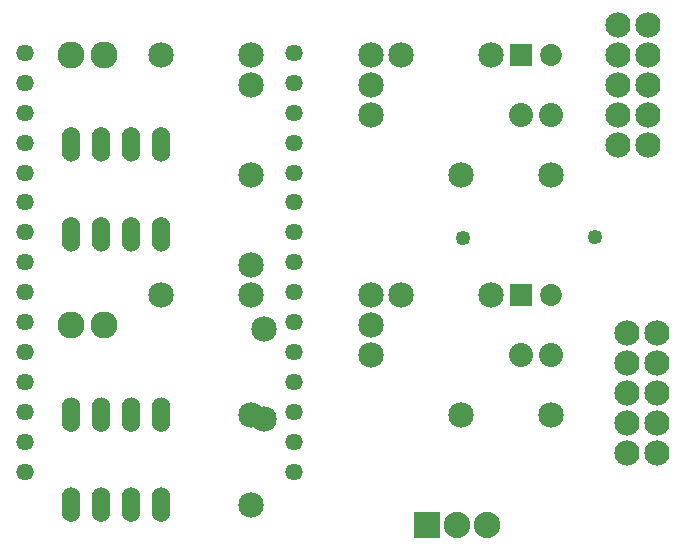
<source format=gts>
G04 MADE WITH FRITZING*
G04 WWW.FRITZING.ORG*
G04 DOUBLE SIDED*
G04 HOLES PLATED*
G04 CONTOUR ON CENTER OF CONTOUR VECTOR*
%ASAXBY*%
%FSLAX23Y23*%
%MOIN*%
%OFA0B0*%
%SFA1.0B1.0*%
%ADD10C,0.049370*%
%ADD11C,0.084000*%
%ADD12C,0.080000*%
%ADD13C,0.085000*%
%ADD14C,0.072992*%
%ADD15C,0.057829*%
%ADD16C,0.088000*%
%ADD17C,0.062000*%
%ADD18C,0.090000*%
%ADD19R,0.072992X0.072992*%
%ADD20R,0.088000X0.088000*%
%ADD21R,0.001000X0.001000*%
%LNMASK1*%
G90*
G70*
G54D10*
X2017Y1022D03*
X1576Y1018D03*
G54D11*
X2093Y1727D03*
X2193Y1727D03*
X2093Y1627D03*
X2193Y1627D03*
X2093Y1527D03*
X2193Y1527D03*
X2093Y1427D03*
X2193Y1427D03*
X2093Y1327D03*
X2193Y1327D03*
X2093Y1727D03*
X2193Y1727D03*
X2093Y1627D03*
X2193Y1627D03*
X2093Y1527D03*
X2193Y1527D03*
X2093Y1427D03*
X2193Y1427D03*
X2093Y1327D03*
X2193Y1327D03*
X2122Y701D03*
X2222Y701D03*
X2122Y601D03*
X2222Y601D03*
X2122Y501D03*
X2222Y501D03*
X2122Y401D03*
X2222Y401D03*
X2122Y301D03*
X2222Y301D03*
X2122Y701D03*
X2222Y701D03*
X2122Y601D03*
X2222Y601D03*
X2122Y501D03*
X2222Y501D03*
X2122Y401D03*
X2222Y401D03*
X2122Y301D03*
X2222Y301D03*
G54D12*
X1869Y630D03*
X1769Y630D03*
X1869Y630D03*
X1769Y630D03*
G54D13*
X1269Y1630D03*
X1269Y1530D03*
X1269Y1430D03*
X1269Y1630D03*
X1269Y1530D03*
X1269Y1430D03*
X1269Y830D03*
X1269Y730D03*
X1269Y630D03*
X1269Y830D03*
X1269Y730D03*
X1269Y630D03*
G54D14*
X1769Y830D03*
X1868Y830D03*
X1769Y830D03*
X1868Y830D03*
G54D13*
X913Y714D03*
X913Y414D03*
X913Y714D03*
X913Y414D03*
X569Y830D03*
X869Y830D03*
X569Y830D03*
X869Y830D03*
X869Y430D03*
X869Y130D03*
X869Y430D03*
X869Y130D03*
X1369Y830D03*
X1669Y830D03*
X1369Y830D03*
X1669Y830D03*
X1569Y430D03*
X1869Y430D03*
X1569Y430D03*
X1869Y430D03*
G54D14*
X1769Y1630D03*
X1868Y1630D03*
X1769Y1630D03*
X1868Y1630D03*
G54D13*
X869Y1530D03*
X869Y1230D03*
X869Y1530D03*
X869Y1230D03*
X869Y1230D03*
X869Y930D03*
X869Y1230D03*
X869Y930D03*
X1369Y1630D03*
X1669Y1630D03*
X1369Y1630D03*
X1669Y1630D03*
X569Y1630D03*
X869Y1630D03*
X569Y1630D03*
X869Y1630D03*
X1569Y1230D03*
X1869Y1230D03*
X1569Y1230D03*
X1869Y1230D03*
G54D15*
X1014Y1436D03*
X116Y1636D03*
X116Y1536D03*
X116Y1436D03*
X116Y1336D03*
X116Y1236D03*
X1014Y1536D03*
X1014Y1636D03*
X1014Y1336D03*
X116Y1137D03*
X116Y1037D03*
X116Y937D03*
X116Y837D03*
X116Y737D03*
X116Y637D03*
X116Y538D03*
X116Y438D03*
X116Y338D03*
X116Y238D03*
X1014Y937D03*
X1014Y837D03*
X1014Y737D03*
X1014Y637D03*
X1014Y538D03*
X1014Y438D03*
X1014Y338D03*
X1014Y238D03*
X1014Y1236D03*
X1014Y1137D03*
X1014Y1037D03*
G54D16*
X1455Y63D03*
X1555Y63D03*
X1655Y63D03*
X1455Y63D03*
X1555Y63D03*
X1655Y63D03*
G54D12*
X1869Y1430D03*
X1769Y1430D03*
X1869Y1430D03*
X1769Y1430D03*
G54D17*
X269Y430D03*
X369Y430D03*
X369Y130D03*
X269Y130D03*
X469Y430D03*
X569Y430D03*
X469Y130D03*
X569Y130D03*
X269Y430D03*
X369Y430D03*
X369Y130D03*
X269Y130D03*
X469Y430D03*
X569Y430D03*
X469Y130D03*
X569Y130D03*
X269Y430D03*
X369Y430D03*
X369Y130D03*
X269Y130D03*
X469Y430D03*
X569Y430D03*
X469Y130D03*
X569Y130D03*
X269Y1331D03*
X369Y1331D03*
X369Y1031D03*
X269Y1031D03*
X469Y1331D03*
X569Y1331D03*
X469Y1031D03*
X569Y1031D03*
X269Y1331D03*
X369Y1331D03*
X369Y1031D03*
X269Y1031D03*
X469Y1331D03*
X569Y1331D03*
X469Y1031D03*
X569Y1031D03*
X269Y1331D03*
X369Y1331D03*
X369Y1031D03*
X269Y1031D03*
X469Y1331D03*
X569Y1331D03*
X469Y1031D03*
X569Y1031D03*
G54D18*
X379Y730D03*
X269Y730D03*
X379Y730D03*
X269Y730D03*
X379Y1630D03*
X269Y1630D03*
X379Y1630D03*
X269Y1630D03*
G54D19*
X1769Y830D03*
X1769Y830D03*
X1769Y1630D03*
X1769Y1630D03*
G54D20*
X1455Y63D03*
X1455Y63D03*
G54D21*
X264Y1387D02*
X275Y1387D01*
X364Y1387D02*
X375Y1387D01*
X464Y1387D02*
X475Y1387D01*
X564Y1387D02*
X575Y1387D01*
X260Y1386D02*
X279Y1386D01*
X360Y1386D02*
X379Y1386D01*
X460Y1386D02*
X479Y1386D01*
X560Y1386D02*
X579Y1386D01*
X258Y1385D02*
X281Y1385D01*
X358Y1385D02*
X381Y1385D01*
X458Y1385D02*
X481Y1385D01*
X558Y1385D02*
X581Y1385D01*
X256Y1384D02*
X284Y1384D01*
X356Y1384D02*
X384Y1384D01*
X456Y1384D02*
X484Y1384D01*
X556Y1384D02*
X584Y1384D01*
X254Y1383D02*
X285Y1383D01*
X354Y1383D02*
X385Y1383D01*
X454Y1383D02*
X485Y1383D01*
X554Y1383D02*
X585Y1383D01*
X252Y1382D02*
X287Y1382D01*
X352Y1382D02*
X387Y1382D01*
X452Y1382D02*
X487Y1382D01*
X552Y1382D02*
X587Y1382D01*
X251Y1381D02*
X288Y1381D01*
X351Y1381D02*
X388Y1381D01*
X451Y1381D02*
X488Y1381D01*
X551Y1381D02*
X588Y1381D01*
X250Y1380D02*
X290Y1380D01*
X350Y1380D02*
X389Y1380D01*
X450Y1380D02*
X489Y1380D01*
X550Y1380D02*
X589Y1380D01*
X249Y1379D02*
X291Y1379D01*
X349Y1379D02*
X391Y1379D01*
X449Y1379D02*
X491Y1379D01*
X549Y1379D02*
X591Y1379D01*
X248Y1378D02*
X292Y1378D01*
X348Y1378D02*
X392Y1378D01*
X448Y1378D02*
X492Y1378D01*
X548Y1378D02*
X592Y1378D01*
X247Y1377D02*
X293Y1377D01*
X347Y1377D02*
X392Y1377D01*
X447Y1377D02*
X492Y1377D01*
X547Y1377D02*
X592Y1377D01*
X246Y1376D02*
X293Y1376D01*
X346Y1376D02*
X393Y1376D01*
X446Y1376D02*
X493Y1376D01*
X546Y1376D02*
X593Y1376D01*
X245Y1375D02*
X294Y1375D01*
X345Y1375D02*
X394Y1375D01*
X445Y1375D02*
X494Y1375D01*
X545Y1375D02*
X594Y1375D01*
X245Y1374D02*
X295Y1374D01*
X345Y1374D02*
X395Y1374D01*
X445Y1374D02*
X495Y1374D01*
X544Y1374D02*
X595Y1374D01*
X244Y1373D02*
X295Y1373D01*
X344Y1373D02*
X395Y1373D01*
X444Y1373D02*
X495Y1373D01*
X544Y1373D02*
X595Y1373D01*
X243Y1372D02*
X296Y1372D01*
X343Y1372D02*
X396Y1372D01*
X443Y1372D02*
X496Y1372D01*
X543Y1372D02*
X596Y1372D01*
X243Y1371D02*
X297Y1371D01*
X343Y1371D02*
X397Y1371D01*
X443Y1371D02*
X496Y1371D01*
X543Y1371D02*
X596Y1371D01*
X242Y1370D02*
X297Y1370D01*
X342Y1370D02*
X397Y1370D01*
X442Y1370D02*
X497Y1370D01*
X542Y1370D02*
X597Y1370D01*
X242Y1369D02*
X297Y1369D01*
X342Y1369D02*
X397Y1369D01*
X442Y1369D02*
X497Y1369D01*
X542Y1369D02*
X597Y1369D01*
X241Y1368D02*
X298Y1368D01*
X341Y1368D02*
X398Y1368D01*
X441Y1368D02*
X498Y1368D01*
X541Y1368D02*
X598Y1368D01*
X241Y1367D02*
X298Y1367D01*
X341Y1367D02*
X398Y1367D01*
X441Y1367D02*
X498Y1367D01*
X541Y1367D02*
X598Y1367D01*
X241Y1366D02*
X299Y1366D01*
X341Y1366D02*
X399Y1366D01*
X441Y1366D02*
X499Y1366D01*
X541Y1366D02*
X599Y1366D01*
X240Y1365D02*
X299Y1365D01*
X340Y1365D02*
X399Y1365D01*
X440Y1365D02*
X499Y1365D01*
X540Y1365D02*
X599Y1365D01*
X240Y1364D02*
X299Y1364D01*
X340Y1364D02*
X399Y1364D01*
X440Y1364D02*
X499Y1364D01*
X540Y1364D02*
X599Y1364D01*
X240Y1363D02*
X299Y1363D01*
X340Y1363D02*
X399Y1363D01*
X440Y1363D02*
X499Y1363D01*
X540Y1363D02*
X599Y1363D01*
X240Y1362D02*
X300Y1362D01*
X340Y1362D02*
X400Y1362D01*
X440Y1362D02*
X500Y1362D01*
X540Y1362D02*
X600Y1362D01*
X240Y1361D02*
X300Y1361D01*
X340Y1361D02*
X400Y1361D01*
X439Y1361D02*
X500Y1361D01*
X539Y1361D02*
X600Y1361D01*
X239Y1360D02*
X300Y1360D01*
X339Y1360D02*
X400Y1360D01*
X439Y1360D02*
X500Y1360D01*
X539Y1360D02*
X600Y1360D01*
X239Y1359D02*
X300Y1359D01*
X339Y1359D02*
X400Y1359D01*
X439Y1359D02*
X500Y1359D01*
X539Y1359D02*
X600Y1359D01*
X239Y1358D02*
X300Y1358D01*
X339Y1358D02*
X400Y1358D01*
X439Y1358D02*
X500Y1358D01*
X539Y1358D02*
X600Y1358D01*
X239Y1357D02*
X300Y1357D01*
X339Y1357D02*
X400Y1357D01*
X439Y1357D02*
X500Y1357D01*
X539Y1357D02*
X600Y1357D01*
X239Y1356D02*
X300Y1356D01*
X339Y1356D02*
X400Y1356D01*
X439Y1356D02*
X500Y1356D01*
X539Y1356D02*
X600Y1356D01*
X239Y1355D02*
X300Y1355D01*
X339Y1355D02*
X400Y1355D01*
X439Y1355D02*
X500Y1355D01*
X539Y1355D02*
X600Y1355D01*
X239Y1354D02*
X300Y1354D01*
X339Y1354D02*
X400Y1354D01*
X439Y1354D02*
X500Y1354D01*
X539Y1354D02*
X600Y1354D01*
X239Y1353D02*
X300Y1353D01*
X339Y1353D02*
X400Y1353D01*
X439Y1353D02*
X500Y1353D01*
X539Y1353D02*
X600Y1353D01*
X239Y1352D02*
X300Y1352D01*
X339Y1352D02*
X400Y1352D01*
X439Y1352D02*
X500Y1352D01*
X539Y1352D02*
X600Y1352D01*
X239Y1351D02*
X300Y1351D01*
X339Y1351D02*
X400Y1351D01*
X439Y1351D02*
X500Y1351D01*
X539Y1351D02*
X600Y1351D01*
X239Y1350D02*
X300Y1350D01*
X339Y1350D02*
X400Y1350D01*
X439Y1350D02*
X500Y1350D01*
X539Y1350D02*
X600Y1350D01*
X239Y1349D02*
X300Y1349D01*
X339Y1349D02*
X400Y1349D01*
X439Y1349D02*
X500Y1349D01*
X539Y1349D02*
X600Y1349D01*
X239Y1348D02*
X300Y1348D01*
X339Y1348D02*
X400Y1348D01*
X439Y1348D02*
X500Y1348D01*
X539Y1348D02*
X600Y1348D01*
X239Y1347D02*
X300Y1347D01*
X339Y1347D02*
X400Y1347D01*
X439Y1347D02*
X500Y1347D01*
X539Y1347D02*
X600Y1347D01*
X239Y1346D02*
X300Y1346D01*
X339Y1346D02*
X400Y1346D01*
X439Y1346D02*
X500Y1346D01*
X539Y1346D02*
X600Y1346D01*
X239Y1345D02*
X300Y1345D01*
X339Y1345D02*
X400Y1345D01*
X439Y1345D02*
X500Y1345D01*
X539Y1345D02*
X600Y1345D01*
X239Y1344D02*
X300Y1344D01*
X339Y1344D02*
X400Y1344D01*
X439Y1344D02*
X500Y1344D01*
X539Y1344D02*
X600Y1344D01*
X239Y1343D02*
X300Y1343D01*
X339Y1343D02*
X400Y1343D01*
X439Y1343D02*
X500Y1343D01*
X539Y1343D02*
X600Y1343D01*
X239Y1342D02*
X300Y1342D01*
X339Y1342D02*
X400Y1342D01*
X439Y1342D02*
X500Y1342D01*
X539Y1342D02*
X600Y1342D01*
X239Y1341D02*
X265Y1341D01*
X274Y1341D02*
X300Y1341D01*
X339Y1341D02*
X365Y1341D01*
X374Y1341D02*
X400Y1341D01*
X439Y1341D02*
X465Y1341D01*
X474Y1341D02*
X500Y1341D01*
X539Y1341D02*
X565Y1341D01*
X574Y1341D02*
X600Y1341D01*
X239Y1340D02*
X263Y1340D01*
X276Y1340D02*
X300Y1340D01*
X339Y1340D02*
X363Y1340D01*
X376Y1340D02*
X400Y1340D01*
X439Y1340D02*
X463Y1340D01*
X476Y1340D02*
X500Y1340D01*
X539Y1340D02*
X563Y1340D01*
X576Y1340D02*
X600Y1340D01*
X239Y1339D02*
X262Y1339D01*
X277Y1339D02*
X300Y1339D01*
X339Y1339D02*
X362Y1339D01*
X377Y1339D02*
X400Y1339D01*
X439Y1339D02*
X462Y1339D01*
X477Y1339D02*
X500Y1339D01*
X539Y1339D02*
X562Y1339D01*
X577Y1339D02*
X600Y1339D01*
X239Y1338D02*
X261Y1338D01*
X278Y1338D02*
X300Y1338D01*
X339Y1338D02*
X361Y1338D01*
X378Y1338D02*
X400Y1338D01*
X439Y1338D02*
X461Y1338D01*
X478Y1338D02*
X500Y1338D01*
X539Y1338D02*
X561Y1338D01*
X578Y1338D02*
X600Y1338D01*
X239Y1337D02*
X260Y1337D01*
X279Y1337D02*
X300Y1337D01*
X339Y1337D02*
X360Y1337D01*
X379Y1337D02*
X400Y1337D01*
X439Y1337D02*
X460Y1337D01*
X479Y1337D02*
X500Y1337D01*
X539Y1337D02*
X560Y1337D01*
X579Y1337D02*
X600Y1337D01*
X239Y1336D02*
X260Y1336D01*
X280Y1336D02*
X300Y1336D01*
X339Y1336D02*
X359Y1336D01*
X380Y1336D02*
X400Y1336D01*
X439Y1336D02*
X459Y1336D01*
X480Y1336D02*
X500Y1336D01*
X539Y1336D02*
X559Y1336D01*
X580Y1336D02*
X600Y1336D01*
X239Y1335D02*
X259Y1335D01*
X280Y1335D02*
X300Y1335D01*
X339Y1335D02*
X359Y1335D01*
X380Y1335D02*
X400Y1335D01*
X439Y1335D02*
X459Y1335D01*
X480Y1335D02*
X500Y1335D01*
X539Y1335D02*
X559Y1335D01*
X580Y1335D02*
X600Y1335D01*
X239Y1334D02*
X259Y1334D01*
X281Y1334D02*
X300Y1334D01*
X339Y1334D02*
X359Y1334D01*
X381Y1334D02*
X400Y1334D01*
X439Y1334D02*
X459Y1334D01*
X481Y1334D02*
X500Y1334D01*
X539Y1334D02*
X559Y1334D01*
X581Y1334D02*
X600Y1334D01*
X239Y1333D02*
X258Y1333D01*
X281Y1333D02*
X300Y1333D01*
X339Y1333D02*
X358Y1333D01*
X381Y1333D02*
X400Y1333D01*
X439Y1333D02*
X458Y1333D01*
X481Y1333D02*
X500Y1333D01*
X539Y1333D02*
X558Y1333D01*
X581Y1333D02*
X600Y1333D01*
X239Y1332D02*
X258Y1332D01*
X281Y1332D02*
X300Y1332D01*
X339Y1332D02*
X358Y1332D01*
X381Y1332D02*
X400Y1332D01*
X439Y1332D02*
X458Y1332D01*
X481Y1332D02*
X500Y1332D01*
X539Y1332D02*
X558Y1332D01*
X581Y1332D02*
X600Y1332D01*
X239Y1331D02*
X258Y1331D01*
X281Y1331D02*
X300Y1331D01*
X339Y1331D02*
X358Y1331D01*
X381Y1331D02*
X400Y1331D01*
X439Y1331D02*
X458Y1331D01*
X481Y1331D02*
X500Y1331D01*
X539Y1331D02*
X558Y1331D01*
X581Y1331D02*
X600Y1331D01*
X239Y1330D02*
X258Y1330D01*
X281Y1330D02*
X300Y1330D01*
X339Y1330D02*
X358Y1330D01*
X381Y1330D02*
X400Y1330D01*
X439Y1330D02*
X458Y1330D01*
X481Y1330D02*
X500Y1330D01*
X539Y1330D02*
X558Y1330D01*
X581Y1330D02*
X600Y1330D01*
X239Y1329D02*
X258Y1329D01*
X281Y1329D02*
X300Y1329D01*
X339Y1329D02*
X358Y1329D01*
X381Y1329D02*
X400Y1329D01*
X439Y1329D02*
X458Y1329D01*
X481Y1329D02*
X500Y1329D01*
X539Y1329D02*
X558Y1329D01*
X581Y1329D02*
X600Y1329D01*
X239Y1328D02*
X258Y1328D01*
X281Y1328D02*
X300Y1328D01*
X339Y1328D02*
X358Y1328D01*
X381Y1328D02*
X400Y1328D01*
X439Y1328D02*
X458Y1328D01*
X481Y1328D02*
X500Y1328D01*
X539Y1328D02*
X558Y1328D01*
X581Y1328D02*
X600Y1328D01*
X239Y1327D02*
X259Y1327D01*
X281Y1327D02*
X300Y1327D01*
X339Y1327D02*
X359Y1327D01*
X381Y1327D02*
X400Y1327D01*
X439Y1327D02*
X459Y1327D01*
X481Y1327D02*
X500Y1327D01*
X539Y1327D02*
X559Y1327D01*
X581Y1327D02*
X600Y1327D01*
X239Y1326D02*
X259Y1326D01*
X280Y1326D02*
X300Y1326D01*
X339Y1326D02*
X359Y1326D01*
X380Y1326D02*
X400Y1326D01*
X439Y1326D02*
X459Y1326D01*
X480Y1326D02*
X500Y1326D01*
X539Y1326D02*
X559Y1326D01*
X580Y1326D02*
X600Y1326D01*
X239Y1325D02*
X260Y1325D01*
X280Y1325D02*
X300Y1325D01*
X339Y1325D02*
X360Y1325D01*
X380Y1325D02*
X400Y1325D01*
X439Y1325D02*
X460Y1325D01*
X480Y1325D02*
X500Y1325D01*
X539Y1325D02*
X560Y1325D01*
X580Y1325D02*
X600Y1325D01*
X239Y1324D02*
X260Y1324D01*
X279Y1324D02*
X300Y1324D01*
X339Y1324D02*
X360Y1324D01*
X379Y1324D02*
X400Y1324D01*
X439Y1324D02*
X460Y1324D01*
X479Y1324D02*
X500Y1324D01*
X539Y1324D02*
X560Y1324D01*
X579Y1324D02*
X600Y1324D01*
X239Y1323D02*
X261Y1323D01*
X278Y1323D02*
X300Y1323D01*
X339Y1323D02*
X361Y1323D01*
X378Y1323D02*
X400Y1323D01*
X439Y1323D02*
X461Y1323D01*
X478Y1323D02*
X500Y1323D01*
X539Y1323D02*
X561Y1323D01*
X578Y1323D02*
X600Y1323D01*
X239Y1322D02*
X262Y1322D01*
X277Y1322D02*
X300Y1322D01*
X339Y1322D02*
X362Y1322D01*
X377Y1322D02*
X400Y1322D01*
X439Y1322D02*
X462Y1322D01*
X477Y1322D02*
X500Y1322D01*
X539Y1322D02*
X562Y1322D01*
X577Y1322D02*
X600Y1322D01*
X239Y1321D02*
X264Y1321D01*
X275Y1321D02*
X300Y1321D01*
X339Y1321D02*
X364Y1321D01*
X375Y1321D02*
X400Y1321D01*
X439Y1321D02*
X464Y1321D01*
X475Y1321D02*
X500Y1321D01*
X539Y1321D02*
X564Y1321D01*
X575Y1321D02*
X600Y1321D01*
X239Y1320D02*
X266Y1320D01*
X273Y1320D02*
X300Y1320D01*
X339Y1320D02*
X366Y1320D01*
X373Y1320D02*
X400Y1320D01*
X439Y1320D02*
X466Y1320D01*
X473Y1320D02*
X500Y1320D01*
X539Y1320D02*
X566Y1320D01*
X573Y1320D02*
X600Y1320D01*
X239Y1319D02*
X300Y1319D01*
X339Y1319D02*
X400Y1319D01*
X439Y1319D02*
X500Y1319D01*
X539Y1319D02*
X600Y1319D01*
X239Y1318D02*
X300Y1318D01*
X339Y1318D02*
X400Y1318D01*
X439Y1318D02*
X500Y1318D01*
X539Y1318D02*
X600Y1318D01*
X239Y1317D02*
X300Y1317D01*
X339Y1317D02*
X400Y1317D01*
X439Y1317D02*
X500Y1317D01*
X539Y1317D02*
X600Y1317D01*
X239Y1316D02*
X300Y1316D01*
X339Y1316D02*
X400Y1316D01*
X439Y1316D02*
X500Y1316D01*
X539Y1316D02*
X600Y1316D01*
X239Y1315D02*
X300Y1315D01*
X339Y1315D02*
X400Y1315D01*
X439Y1315D02*
X500Y1315D01*
X539Y1315D02*
X600Y1315D01*
X239Y1314D02*
X300Y1314D01*
X339Y1314D02*
X400Y1314D01*
X439Y1314D02*
X500Y1314D01*
X539Y1314D02*
X600Y1314D01*
X239Y1313D02*
X300Y1313D01*
X339Y1313D02*
X400Y1313D01*
X439Y1313D02*
X500Y1313D01*
X539Y1313D02*
X600Y1313D01*
X239Y1312D02*
X300Y1312D01*
X339Y1312D02*
X400Y1312D01*
X439Y1312D02*
X500Y1312D01*
X539Y1312D02*
X600Y1312D01*
X239Y1311D02*
X300Y1311D01*
X339Y1311D02*
X400Y1311D01*
X439Y1311D02*
X500Y1311D01*
X539Y1311D02*
X600Y1311D01*
X239Y1310D02*
X300Y1310D01*
X339Y1310D02*
X400Y1310D01*
X439Y1310D02*
X500Y1310D01*
X539Y1310D02*
X600Y1310D01*
X239Y1309D02*
X300Y1309D01*
X339Y1309D02*
X400Y1309D01*
X439Y1309D02*
X500Y1309D01*
X539Y1309D02*
X600Y1309D01*
X239Y1308D02*
X300Y1308D01*
X339Y1308D02*
X400Y1308D01*
X439Y1308D02*
X500Y1308D01*
X539Y1308D02*
X600Y1308D01*
X239Y1307D02*
X300Y1307D01*
X339Y1307D02*
X400Y1307D01*
X439Y1307D02*
X500Y1307D01*
X539Y1307D02*
X600Y1307D01*
X239Y1306D02*
X300Y1306D01*
X339Y1306D02*
X400Y1306D01*
X439Y1306D02*
X500Y1306D01*
X539Y1306D02*
X600Y1306D01*
X239Y1305D02*
X300Y1305D01*
X339Y1305D02*
X400Y1305D01*
X439Y1305D02*
X500Y1305D01*
X539Y1305D02*
X600Y1305D01*
X239Y1304D02*
X300Y1304D01*
X339Y1304D02*
X400Y1304D01*
X439Y1304D02*
X500Y1304D01*
X539Y1304D02*
X600Y1304D01*
X239Y1303D02*
X300Y1303D01*
X339Y1303D02*
X400Y1303D01*
X439Y1303D02*
X500Y1303D01*
X539Y1303D02*
X600Y1303D01*
X239Y1302D02*
X300Y1302D01*
X339Y1302D02*
X400Y1302D01*
X439Y1302D02*
X500Y1302D01*
X539Y1302D02*
X600Y1302D01*
X239Y1301D02*
X300Y1301D01*
X339Y1301D02*
X400Y1301D01*
X439Y1301D02*
X500Y1301D01*
X539Y1301D02*
X600Y1301D01*
X240Y1300D02*
X300Y1300D01*
X340Y1300D02*
X400Y1300D01*
X440Y1300D02*
X500Y1300D01*
X540Y1300D02*
X600Y1300D01*
X240Y1299D02*
X300Y1299D01*
X340Y1299D02*
X400Y1299D01*
X440Y1299D02*
X500Y1299D01*
X540Y1299D02*
X600Y1299D01*
X240Y1298D02*
X299Y1298D01*
X340Y1298D02*
X399Y1298D01*
X440Y1298D02*
X499Y1298D01*
X540Y1298D02*
X599Y1298D01*
X240Y1297D02*
X299Y1297D01*
X340Y1297D02*
X399Y1297D01*
X440Y1297D02*
X499Y1297D01*
X540Y1297D02*
X599Y1297D01*
X241Y1296D02*
X299Y1296D01*
X340Y1296D02*
X399Y1296D01*
X440Y1296D02*
X499Y1296D01*
X540Y1296D02*
X599Y1296D01*
X241Y1295D02*
X298Y1295D01*
X341Y1295D02*
X398Y1295D01*
X441Y1295D02*
X498Y1295D01*
X541Y1295D02*
X598Y1295D01*
X241Y1294D02*
X298Y1294D01*
X341Y1294D02*
X398Y1294D01*
X441Y1294D02*
X498Y1294D01*
X541Y1294D02*
X598Y1294D01*
X242Y1293D02*
X298Y1293D01*
X342Y1293D02*
X398Y1293D01*
X442Y1293D02*
X498Y1293D01*
X542Y1293D02*
X598Y1293D01*
X242Y1292D02*
X297Y1292D01*
X342Y1292D02*
X397Y1292D01*
X442Y1292D02*
X497Y1292D01*
X542Y1292D02*
X597Y1292D01*
X242Y1291D02*
X297Y1291D01*
X342Y1291D02*
X397Y1291D01*
X442Y1291D02*
X497Y1291D01*
X542Y1291D02*
X597Y1291D01*
X243Y1290D02*
X296Y1290D01*
X343Y1290D02*
X396Y1290D01*
X443Y1290D02*
X496Y1290D01*
X543Y1290D02*
X596Y1290D01*
X244Y1289D02*
X296Y1289D01*
X344Y1289D02*
X396Y1289D01*
X444Y1289D02*
X496Y1289D01*
X543Y1289D02*
X596Y1289D01*
X244Y1288D02*
X295Y1288D01*
X344Y1288D02*
X395Y1288D01*
X444Y1288D02*
X495Y1288D01*
X544Y1288D02*
X595Y1288D01*
X245Y1287D02*
X295Y1287D01*
X345Y1287D02*
X395Y1287D01*
X445Y1287D02*
X494Y1287D01*
X545Y1287D02*
X594Y1287D01*
X246Y1286D02*
X294Y1286D01*
X345Y1286D02*
X394Y1286D01*
X445Y1286D02*
X494Y1286D01*
X545Y1286D02*
X594Y1286D01*
X246Y1285D02*
X293Y1285D01*
X346Y1285D02*
X393Y1285D01*
X446Y1285D02*
X493Y1285D01*
X546Y1285D02*
X593Y1285D01*
X247Y1284D02*
X292Y1284D01*
X347Y1284D02*
X392Y1284D01*
X447Y1284D02*
X492Y1284D01*
X547Y1284D02*
X592Y1284D01*
X248Y1283D02*
X291Y1283D01*
X348Y1283D02*
X391Y1283D01*
X448Y1283D02*
X491Y1283D01*
X548Y1283D02*
X591Y1283D01*
X249Y1282D02*
X290Y1282D01*
X349Y1282D02*
X390Y1282D01*
X449Y1282D02*
X490Y1282D01*
X549Y1282D02*
X590Y1282D01*
X250Y1281D02*
X289Y1281D01*
X350Y1281D02*
X389Y1281D01*
X450Y1281D02*
X489Y1281D01*
X550Y1281D02*
X589Y1281D01*
X252Y1280D02*
X288Y1280D01*
X352Y1280D02*
X388Y1280D01*
X452Y1280D02*
X488Y1280D01*
X551Y1280D02*
X588Y1280D01*
X253Y1279D02*
X286Y1279D01*
X353Y1279D02*
X386Y1279D01*
X453Y1279D02*
X486Y1279D01*
X553Y1279D02*
X586Y1279D01*
X255Y1278D02*
X285Y1278D01*
X355Y1278D02*
X385Y1278D01*
X455Y1278D02*
X485Y1278D01*
X555Y1278D02*
X585Y1278D01*
X257Y1277D02*
X283Y1277D01*
X357Y1277D02*
X383Y1277D01*
X456Y1277D02*
X483Y1277D01*
X556Y1277D02*
X583Y1277D01*
X259Y1276D02*
X281Y1276D01*
X359Y1276D02*
X381Y1276D01*
X459Y1276D02*
X481Y1276D01*
X559Y1276D02*
X581Y1276D01*
X262Y1275D02*
X278Y1275D01*
X362Y1275D02*
X378Y1275D01*
X462Y1275D02*
X478Y1275D01*
X562Y1275D02*
X578Y1275D01*
X266Y1274D02*
X273Y1274D01*
X366Y1274D02*
X373Y1274D01*
X466Y1274D02*
X473Y1274D01*
X566Y1274D02*
X573Y1274D01*
X264Y1087D02*
X276Y1087D01*
X364Y1087D02*
X376Y1087D01*
X464Y1087D02*
X476Y1087D01*
X564Y1087D02*
X576Y1087D01*
X260Y1086D02*
X279Y1086D01*
X360Y1086D02*
X379Y1086D01*
X460Y1086D02*
X479Y1086D01*
X560Y1086D02*
X579Y1086D01*
X258Y1085D02*
X282Y1085D01*
X358Y1085D02*
X382Y1085D01*
X458Y1085D02*
X482Y1085D01*
X558Y1085D02*
X582Y1085D01*
X256Y1084D02*
X284Y1084D01*
X356Y1084D02*
X384Y1084D01*
X455Y1084D02*
X484Y1084D01*
X555Y1084D02*
X584Y1084D01*
X254Y1083D02*
X286Y1083D01*
X354Y1083D02*
X385Y1083D01*
X454Y1083D02*
X485Y1083D01*
X554Y1083D02*
X585Y1083D01*
X252Y1082D02*
X287Y1082D01*
X352Y1082D02*
X387Y1082D01*
X452Y1082D02*
X487Y1082D01*
X552Y1082D02*
X587Y1082D01*
X251Y1081D02*
X288Y1081D01*
X351Y1081D02*
X388Y1081D01*
X451Y1081D02*
X488Y1081D01*
X551Y1081D02*
X588Y1081D01*
X250Y1080D02*
X290Y1080D01*
X350Y1080D02*
X390Y1080D01*
X450Y1080D02*
X490Y1080D01*
X550Y1080D02*
X590Y1080D01*
X249Y1079D02*
X291Y1079D01*
X349Y1079D02*
X391Y1079D01*
X449Y1079D02*
X491Y1079D01*
X549Y1079D02*
X591Y1079D01*
X248Y1078D02*
X292Y1078D01*
X348Y1078D02*
X392Y1078D01*
X448Y1078D02*
X492Y1078D01*
X548Y1078D02*
X592Y1078D01*
X247Y1077D02*
X293Y1077D01*
X347Y1077D02*
X393Y1077D01*
X447Y1077D02*
X493Y1077D01*
X547Y1077D02*
X593Y1077D01*
X246Y1076D02*
X293Y1076D01*
X346Y1076D02*
X393Y1076D01*
X446Y1076D02*
X493Y1076D01*
X546Y1076D02*
X593Y1076D01*
X245Y1075D02*
X294Y1075D01*
X345Y1075D02*
X394Y1075D01*
X445Y1075D02*
X494Y1075D01*
X545Y1075D02*
X594Y1075D01*
X244Y1074D02*
X295Y1074D01*
X344Y1074D02*
X395Y1074D01*
X444Y1074D02*
X495Y1074D01*
X544Y1074D02*
X595Y1074D01*
X244Y1073D02*
X295Y1073D01*
X344Y1073D02*
X395Y1073D01*
X444Y1073D02*
X495Y1073D01*
X544Y1073D02*
X595Y1073D01*
X243Y1072D02*
X296Y1072D01*
X343Y1072D02*
X396Y1072D01*
X443Y1072D02*
X496Y1072D01*
X543Y1072D02*
X596Y1072D01*
X243Y1071D02*
X297Y1071D01*
X343Y1071D02*
X397Y1071D01*
X443Y1071D02*
X497Y1071D01*
X543Y1071D02*
X597Y1071D01*
X242Y1070D02*
X297Y1070D01*
X342Y1070D02*
X397Y1070D01*
X442Y1070D02*
X497Y1070D01*
X542Y1070D02*
X597Y1070D01*
X242Y1069D02*
X298Y1069D01*
X342Y1069D02*
X398Y1069D01*
X442Y1069D02*
X497Y1069D01*
X542Y1069D02*
X597Y1069D01*
X241Y1068D02*
X298Y1068D01*
X341Y1068D02*
X398Y1068D01*
X441Y1068D02*
X498Y1068D01*
X541Y1068D02*
X598Y1068D01*
X241Y1067D02*
X298Y1067D01*
X341Y1067D02*
X398Y1067D01*
X441Y1067D02*
X498Y1067D01*
X541Y1067D02*
X598Y1067D01*
X241Y1066D02*
X299Y1066D01*
X341Y1066D02*
X399Y1066D01*
X441Y1066D02*
X499Y1066D01*
X541Y1066D02*
X599Y1066D01*
X240Y1065D02*
X299Y1065D01*
X340Y1065D02*
X399Y1065D01*
X440Y1065D02*
X499Y1065D01*
X540Y1065D02*
X599Y1065D01*
X240Y1064D02*
X299Y1064D01*
X340Y1064D02*
X399Y1064D01*
X440Y1064D02*
X499Y1064D01*
X540Y1064D02*
X599Y1064D01*
X240Y1063D02*
X299Y1063D01*
X340Y1063D02*
X399Y1063D01*
X440Y1063D02*
X499Y1063D01*
X540Y1063D02*
X599Y1063D01*
X240Y1062D02*
X300Y1062D01*
X340Y1062D02*
X400Y1062D01*
X440Y1062D02*
X500Y1062D01*
X540Y1062D02*
X600Y1062D01*
X240Y1061D02*
X300Y1061D01*
X339Y1061D02*
X400Y1061D01*
X439Y1061D02*
X500Y1061D01*
X539Y1061D02*
X600Y1061D01*
X239Y1060D02*
X300Y1060D01*
X339Y1060D02*
X400Y1060D01*
X439Y1060D02*
X500Y1060D01*
X539Y1060D02*
X600Y1060D01*
X239Y1059D02*
X300Y1059D01*
X339Y1059D02*
X400Y1059D01*
X439Y1059D02*
X500Y1059D01*
X539Y1059D02*
X600Y1059D01*
X239Y1058D02*
X300Y1058D01*
X339Y1058D02*
X400Y1058D01*
X439Y1058D02*
X500Y1058D01*
X539Y1058D02*
X600Y1058D01*
X239Y1057D02*
X300Y1057D01*
X339Y1057D02*
X400Y1057D01*
X439Y1057D02*
X500Y1057D01*
X539Y1057D02*
X600Y1057D01*
X239Y1056D02*
X300Y1056D01*
X339Y1056D02*
X400Y1056D01*
X439Y1056D02*
X500Y1056D01*
X539Y1056D02*
X600Y1056D01*
X239Y1055D02*
X300Y1055D01*
X339Y1055D02*
X400Y1055D01*
X439Y1055D02*
X500Y1055D01*
X539Y1055D02*
X600Y1055D01*
X239Y1054D02*
X300Y1054D01*
X339Y1054D02*
X400Y1054D01*
X439Y1054D02*
X500Y1054D01*
X539Y1054D02*
X600Y1054D01*
X239Y1053D02*
X300Y1053D01*
X339Y1053D02*
X400Y1053D01*
X439Y1053D02*
X500Y1053D01*
X539Y1053D02*
X600Y1053D01*
X239Y1052D02*
X300Y1052D01*
X339Y1052D02*
X400Y1052D01*
X439Y1052D02*
X500Y1052D01*
X539Y1052D02*
X600Y1052D01*
X239Y1051D02*
X300Y1051D01*
X339Y1051D02*
X400Y1051D01*
X439Y1051D02*
X500Y1051D01*
X539Y1051D02*
X600Y1051D01*
X239Y1050D02*
X300Y1050D01*
X339Y1050D02*
X400Y1050D01*
X439Y1050D02*
X500Y1050D01*
X539Y1050D02*
X600Y1050D01*
X239Y1049D02*
X300Y1049D01*
X339Y1049D02*
X400Y1049D01*
X439Y1049D02*
X500Y1049D01*
X539Y1049D02*
X600Y1049D01*
X239Y1048D02*
X300Y1048D01*
X339Y1048D02*
X400Y1048D01*
X439Y1048D02*
X500Y1048D01*
X539Y1048D02*
X600Y1048D01*
X239Y1047D02*
X300Y1047D01*
X339Y1047D02*
X400Y1047D01*
X439Y1047D02*
X500Y1047D01*
X539Y1047D02*
X600Y1047D01*
X239Y1046D02*
X300Y1046D01*
X339Y1046D02*
X400Y1046D01*
X439Y1046D02*
X500Y1046D01*
X539Y1046D02*
X600Y1046D01*
X239Y1045D02*
X300Y1045D01*
X339Y1045D02*
X400Y1045D01*
X439Y1045D02*
X500Y1045D01*
X539Y1045D02*
X600Y1045D01*
X239Y1044D02*
X300Y1044D01*
X339Y1044D02*
X400Y1044D01*
X439Y1044D02*
X500Y1044D01*
X539Y1044D02*
X600Y1044D01*
X239Y1043D02*
X300Y1043D01*
X339Y1043D02*
X400Y1043D01*
X439Y1043D02*
X500Y1043D01*
X539Y1043D02*
X600Y1043D01*
X239Y1042D02*
X300Y1042D01*
X339Y1042D02*
X400Y1042D01*
X439Y1042D02*
X500Y1042D01*
X539Y1042D02*
X600Y1042D01*
X239Y1041D02*
X265Y1041D01*
X274Y1041D02*
X300Y1041D01*
X339Y1041D02*
X365Y1041D01*
X374Y1041D02*
X400Y1041D01*
X439Y1041D02*
X465Y1041D01*
X474Y1041D02*
X500Y1041D01*
X539Y1041D02*
X565Y1041D01*
X574Y1041D02*
X600Y1041D01*
X239Y1040D02*
X263Y1040D01*
X276Y1040D02*
X300Y1040D01*
X339Y1040D02*
X363Y1040D01*
X376Y1040D02*
X400Y1040D01*
X439Y1040D02*
X463Y1040D01*
X476Y1040D02*
X500Y1040D01*
X539Y1040D02*
X563Y1040D01*
X576Y1040D02*
X600Y1040D01*
X239Y1039D02*
X262Y1039D01*
X277Y1039D02*
X300Y1039D01*
X339Y1039D02*
X362Y1039D01*
X377Y1039D02*
X400Y1039D01*
X439Y1039D02*
X462Y1039D01*
X477Y1039D02*
X500Y1039D01*
X539Y1039D02*
X562Y1039D01*
X577Y1039D02*
X600Y1039D01*
X239Y1038D02*
X261Y1038D01*
X278Y1038D02*
X300Y1038D01*
X339Y1038D02*
X361Y1038D01*
X378Y1038D02*
X400Y1038D01*
X439Y1038D02*
X461Y1038D01*
X478Y1038D02*
X500Y1038D01*
X539Y1038D02*
X561Y1038D01*
X578Y1038D02*
X600Y1038D01*
X239Y1037D02*
X260Y1037D01*
X279Y1037D02*
X300Y1037D01*
X339Y1037D02*
X360Y1037D01*
X379Y1037D02*
X400Y1037D01*
X439Y1037D02*
X460Y1037D01*
X479Y1037D02*
X500Y1037D01*
X539Y1037D02*
X560Y1037D01*
X579Y1037D02*
X600Y1037D01*
X239Y1036D02*
X259Y1036D01*
X280Y1036D02*
X300Y1036D01*
X339Y1036D02*
X359Y1036D01*
X380Y1036D02*
X400Y1036D01*
X439Y1036D02*
X459Y1036D01*
X480Y1036D02*
X500Y1036D01*
X539Y1036D02*
X559Y1036D01*
X580Y1036D02*
X600Y1036D01*
X239Y1035D02*
X259Y1035D01*
X280Y1035D02*
X300Y1035D01*
X339Y1035D02*
X359Y1035D01*
X380Y1035D02*
X400Y1035D01*
X439Y1035D02*
X459Y1035D01*
X480Y1035D02*
X500Y1035D01*
X539Y1035D02*
X559Y1035D01*
X580Y1035D02*
X600Y1035D01*
X239Y1034D02*
X259Y1034D01*
X281Y1034D02*
X300Y1034D01*
X339Y1034D02*
X359Y1034D01*
X381Y1034D02*
X400Y1034D01*
X439Y1034D02*
X459Y1034D01*
X481Y1034D02*
X500Y1034D01*
X539Y1034D02*
X559Y1034D01*
X581Y1034D02*
X600Y1034D01*
X239Y1033D02*
X258Y1033D01*
X281Y1033D02*
X300Y1033D01*
X339Y1033D02*
X358Y1033D01*
X381Y1033D02*
X400Y1033D01*
X439Y1033D02*
X458Y1033D01*
X481Y1033D02*
X500Y1033D01*
X539Y1033D02*
X558Y1033D01*
X581Y1033D02*
X600Y1033D01*
X239Y1032D02*
X258Y1032D01*
X281Y1032D02*
X300Y1032D01*
X339Y1032D02*
X358Y1032D01*
X381Y1032D02*
X400Y1032D01*
X439Y1032D02*
X458Y1032D01*
X481Y1032D02*
X500Y1032D01*
X539Y1032D02*
X558Y1032D01*
X581Y1032D02*
X600Y1032D01*
X239Y1031D02*
X258Y1031D01*
X281Y1031D02*
X300Y1031D01*
X339Y1031D02*
X358Y1031D01*
X381Y1031D02*
X400Y1031D01*
X439Y1031D02*
X458Y1031D01*
X481Y1031D02*
X500Y1031D01*
X539Y1031D02*
X558Y1031D01*
X581Y1031D02*
X600Y1031D01*
X239Y1030D02*
X258Y1030D01*
X281Y1030D02*
X300Y1030D01*
X339Y1030D02*
X358Y1030D01*
X381Y1030D02*
X400Y1030D01*
X439Y1030D02*
X458Y1030D01*
X481Y1030D02*
X500Y1030D01*
X539Y1030D02*
X558Y1030D01*
X581Y1030D02*
X600Y1030D01*
X239Y1029D02*
X258Y1029D01*
X281Y1029D02*
X300Y1029D01*
X339Y1029D02*
X358Y1029D01*
X381Y1029D02*
X400Y1029D01*
X439Y1029D02*
X458Y1029D01*
X481Y1029D02*
X500Y1029D01*
X539Y1029D02*
X558Y1029D01*
X581Y1029D02*
X600Y1029D01*
X239Y1028D02*
X258Y1028D01*
X281Y1028D02*
X300Y1028D01*
X339Y1028D02*
X358Y1028D01*
X381Y1028D02*
X400Y1028D01*
X439Y1028D02*
X458Y1028D01*
X481Y1028D02*
X500Y1028D01*
X539Y1028D02*
X558Y1028D01*
X581Y1028D02*
X600Y1028D01*
X239Y1027D02*
X259Y1027D01*
X281Y1027D02*
X300Y1027D01*
X339Y1027D02*
X359Y1027D01*
X381Y1027D02*
X400Y1027D01*
X439Y1027D02*
X459Y1027D01*
X480Y1027D02*
X500Y1027D01*
X539Y1027D02*
X559Y1027D01*
X580Y1027D02*
X600Y1027D01*
X239Y1026D02*
X259Y1026D01*
X280Y1026D02*
X300Y1026D01*
X339Y1026D02*
X359Y1026D01*
X380Y1026D02*
X400Y1026D01*
X439Y1026D02*
X459Y1026D01*
X480Y1026D02*
X500Y1026D01*
X539Y1026D02*
X559Y1026D01*
X580Y1026D02*
X600Y1026D01*
X239Y1025D02*
X260Y1025D01*
X280Y1025D02*
X300Y1025D01*
X339Y1025D02*
X360Y1025D01*
X380Y1025D02*
X400Y1025D01*
X439Y1025D02*
X460Y1025D01*
X480Y1025D02*
X500Y1025D01*
X539Y1025D02*
X560Y1025D01*
X579Y1025D02*
X600Y1025D01*
X239Y1024D02*
X261Y1024D01*
X279Y1024D02*
X300Y1024D01*
X339Y1024D02*
X361Y1024D01*
X379Y1024D02*
X400Y1024D01*
X439Y1024D02*
X460Y1024D01*
X479Y1024D02*
X500Y1024D01*
X539Y1024D02*
X560Y1024D01*
X579Y1024D02*
X600Y1024D01*
X239Y1023D02*
X261Y1023D01*
X278Y1023D02*
X300Y1023D01*
X339Y1023D02*
X361Y1023D01*
X378Y1023D02*
X400Y1023D01*
X439Y1023D02*
X461Y1023D01*
X478Y1023D02*
X500Y1023D01*
X539Y1023D02*
X561Y1023D01*
X578Y1023D02*
X600Y1023D01*
X239Y1022D02*
X263Y1022D01*
X277Y1022D02*
X300Y1022D01*
X339Y1022D02*
X363Y1022D01*
X377Y1022D02*
X400Y1022D01*
X439Y1022D02*
X463Y1022D01*
X477Y1022D02*
X500Y1022D01*
X539Y1022D02*
X563Y1022D01*
X577Y1022D02*
X600Y1022D01*
X239Y1021D02*
X264Y1021D01*
X275Y1021D02*
X300Y1021D01*
X339Y1021D02*
X364Y1021D01*
X375Y1021D02*
X400Y1021D01*
X439Y1021D02*
X464Y1021D01*
X475Y1021D02*
X500Y1021D01*
X539Y1021D02*
X564Y1021D01*
X575Y1021D02*
X600Y1021D01*
X239Y1020D02*
X267Y1020D01*
X272Y1020D02*
X300Y1020D01*
X339Y1020D02*
X367Y1020D01*
X372Y1020D02*
X400Y1020D01*
X439Y1020D02*
X467Y1020D01*
X472Y1020D02*
X500Y1020D01*
X539Y1020D02*
X567Y1020D01*
X572Y1020D02*
X600Y1020D01*
X239Y1019D02*
X300Y1019D01*
X339Y1019D02*
X400Y1019D01*
X439Y1019D02*
X500Y1019D01*
X539Y1019D02*
X600Y1019D01*
X239Y1018D02*
X300Y1018D01*
X339Y1018D02*
X400Y1018D01*
X439Y1018D02*
X500Y1018D01*
X539Y1018D02*
X600Y1018D01*
X239Y1017D02*
X300Y1017D01*
X339Y1017D02*
X400Y1017D01*
X439Y1017D02*
X500Y1017D01*
X539Y1017D02*
X600Y1017D01*
X239Y1016D02*
X300Y1016D01*
X339Y1016D02*
X400Y1016D01*
X439Y1016D02*
X500Y1016D01*
X539Y1016D02*
X600Y1016D01*
X239Y1015D02*
X300Y1015D01*
X339Y1015D02*
X400Y1015D01*
X439Y1015D02*
X500Y1015D01*
X539Y1015D02*
X600Y1015D01*
X239Y1014D02*
X300Y1014D01*
X339Y1014D02*
X400Y1014D01*
X439Y1014D02*
X500Y1014D01*
X539Y1014D02*
X600Y1014D01*
X239Y1013D02*
X300Y1013D01*
X339Y1013D02*
X400Y1013D01*
X439Y1013D02*
X500Y1013D01*
X539Y1013D02*
X600Y1013D01*
X239Y1012D02*
X300Y1012D01*
X339Y1012D02*
X400Y1012D01*
X439Y1012D02*
X500Y1012D01*
X539Y1012D02*
X600Y1012D01*
X239Y1011D02*
X300Y1011D01*
X339Y1011D02*
X400Y1011D01*
X439Y1011D02*
X500Y1011D01*
X539Y1011D02*
X600Y1011D01*
X239Y1010D02*
X300Y1010D01*
X339Y1010D02*
X400Y1010D01*
X439Y1010D02*
X500Y1010D01*
X539Y1010D02*
X600Y1010D01*
X239Y1009D02*
X300Y1009D01*
X339Y1009D02*
X400Y1009D01*
X439Y1009D02*
X500Y1009D01*
X539Y1009D02*
X600Y1009D01*
X239Y1008D02*
X300Y1008D01*
X339Y1008D02*
X400Y1008D01*
X439Y1008D02*
X500Y1008D01*
X539Y1008D02*
X600Y1008D01*
X239Y1007D02*
X300Y1007D01*
X339Y1007D02*
X400Y1007D01*
X439Y1007D02*
X500Y1007D01*
X539Y1007D02*
X600Y1007D01*
X239Y1006D02*
X300Y1006D01*
X339Y1006D02*
X400Y1006D01*
X439Y1006D02*
X500Y1006D01*
X539Y1006D02*
X600Y1006D01*
X239Y1005D02*
X300Y1005D01*
X339Y1005D02*
X400Y1005D01*
X439Y1005D02*
X500Y1005D01*
X539Y1005D02*
X600Y1005D01*
X239Y1004D02*
X300Y1004D01*
X339Y1004D02*
X400Y1004D01*
X439Y1004D02*
X500Y1004D01*
X539Y1004D02*
X600Y1004D01*
X239Y1003D02*
X300Y1003D01*
X339Y1003D02*
X400Y1003D01*
X439Y1003D02*
X500Y1003D01*
X539Y1003D02*
X600Y1003D01*
X239Y1002D02*
X300Y1002D01*
X339Y1002D02*
X400Y1002D01*
X439Y1002D02*
X500Y1002D01*
X539Y1002D02*
X600Y1002D01*
X239Y1001D02*
X300Y1001D01*
X339Y1001D02*
X400Y1001D01*
X439Y1001D02*
X500Y1001D01*
X539Y1001D02*
X600Y1001D01*
X240Y1000D02*
X300Y1000D01*
X340Y1000D02*
X400Y1000D01*
X440Y1000D02*
X500Y1000D01*
X540Y1000D02*
X600Y1000D01*
X240Y999D02*
X300Y999D01*
X340Y999D02*
X400Y999D01*
X440Y999D02*
X500Y999D01*
X540Y999D02*
X599Y999D01*
X240Y998D02*
X299Y998D01*
X340Y998D02*
X399Y998D01*
X440Y998D02*
X499Y998D01*
X540Y998D02*
X599Y998D01*
X240Y997D02*
X299Y997D01*
X340Y997D02*
X399Y997D01*
X440Y997D02*
X499Y997D01*
X540Y997D02*
X599Y997D01*
X241Y996D02*
X299Y996D01*
X341Y996D02*
X399Y996D01*
X441Y996D02*
X499Y996D01*
X540Y996D02*
X599Y996D01*
X241Y995D02*
X298Y995D01*
X341Y995D02*
X398Y995D01*
X441Y995D02*
X498Y995D01*
X541Y995D02*
X598Y995D01*
X241Y994D02*
X298Y994D01*
X341Y994D02*
X398Y994D01*
X441Y994D02*
X498Y994D01*
X541Y994D02*
X598Y994D01*
X242Y993D02*
X298Y993D01*
X342Y993D02*
X398Y993D01*
X442Y993D02*
X498Y993D01*
X542Y993D02*
X598Y993D01*
X242Y992D02*
X297Y992D01*
X342Y992D02*
X397Y992D01*
X442Y992D02*
X497Y992D01*
X542Y992D02*
X597Y992D01*
X243Y991D02*
X297Y991D01*
X343Y991D02*
X397Y991D01*
X443Y991D02*
X497Y991D01*
X542Y991D02*
X597Y991D01*
X243Y990D02*
X296Y990D01*
X343Y990D02*
X396Y990D01*
X443Y990D02*
X496Y990D01*
X543Y990D02*
X596Y990D01*
X244Y989D02*
X296Y989D01*
X344Y989D02*
X396Y989D01*
X444Y989D02*
X496Y989D01*
X544Y989D02*
X596Y989D01*
X244Y988D02*
X295Y988D01*
X344Y988D02*
X395Y988D01*
X444Y988D02*
X495Y988D01*
X544Y988D02*
X595Y988D01*
X245Y987D02*
X294Y987D01*
X345Y987D02*
X394Y987D01*
X445Y987D02*
X494Y987D01*
X545Y987D02*
X594Y987D01*
X246Y986D02*
X294Y986D01*
X346Y986D02*
X394Y986D01*
X446Y986D02*
X494Y986D01*
X546Y986D02*
X594Y986D01*
X246Y985D02*
X293Y985D01*
X346Y985D02*
X393Y985D01*
X446Y985D02*
X493Y985D01*
X546Y985D02*
X593Y985D01*
X247Y984D02*
X292Y984D01*
X347Y984D02*
X392Y984D01*
X447Y984D02*
X492Y984D01*
X547Y984D02*
X592Y984D01*
X248Y983D02*
X291Y983D01*
X348Y983D02*
X391Y983D01*
X448Y983D02*
X491Y983D01*
X548Y983D02*
X591Y983D01*
X249Y982D02*
X290Y982D01*
X349Y982D02*
X390Y982D01*
X449Y982D02*
X490Y982D01*
X549Y982D02*
X590Y982D01*
X250Y981D02*
X289Y981D01*
X350Y981D02*
X389Y981D01*
X450Y981D02*
X489Y981D01*
X550Y981D02*
X589Y981D01*
X252Y980D02*
X288Y980D01*
X352Y980D02*
X388Y980D01*
X452Y980D02*
X488Y980D01*
X552Y980D02*
X588Y980D01*
X253Y979D02*
X286Y979D01*
X353Y979D02*
X386Y979D01*
X453Y979D02*
X486Y979D01*
X553Y979D02*
X586Y979D01*
X255Y978D02*
X285Y978D01*
X355Y978D02*
X384Y978D01*
X455Y978D02*
X484Y978D01*
X555Y978D02*
X584Y978D01*
X257Y977D02*
X283Y977D01*
X357Y977D02*
X383Y977D01*
X457Y977D02*
X483Y977D01*
X557Y977D02*
X583Y977D01*
X259Y976D02*
X280Y976D01*
X359Y976D02*
X380Y976D01*
X459Y976D02*
X480Y976D01*
X559Y976D02*
X580Y976D01*
X262Y975D02*
X277Y975D01*
X362Y975D02*
X377Y975D01*
X462Y975D02*
X477Y975D01*
X562Y975D02*
X577Y975D01*
X267Y974D02*
X272Y974D01*
X367Y974D02*
X372Y974D01*
X467Y974D02*
X472Y974D01*
X567Y974D02*
X572Y974D01*
X269Y487D02*
X271Y487D01*
X369Y487D02*
X371Y487D01*
X469Y487D02*
X471Y487D01*
X569Y487D02*
X571Y487D01*
X262Y486D02*
X277Y486D01*
X362Y486D02*
X377Y486D01*
X462Y486D02*
X477Y486D01*
X562Y486D02*
X577Y486D01*
X259Y485D02*
X280Y485D01*
X359Y485D02*
X380Y485D01*
X459Y485D02*
X480Y485D01*
X559Y485D02*
X580Y485D01*
X257Y484D02*
X282Y484D01*
X357Y484D02*
X382Y484D01*
X457Y484D02*
X482Y484D01*
X557Y484D02*
X582Y484D01*
X255Y483D02*
X284Y483D01*
X355Y483D02*
X384Y483D01*
X455Y483D02*
X484Y483D01*
X555Y483D02*
X584Y483D01*
X253Y482D02*
X286Y482D01*
X353Y482D02*
X386Y482D01*
X453Y482D02*
X486Y482D01*
X553Y482D02*
X586Y482D01*
X252Y481D02*
X287Y481D01*
X352Y481D02*
X387Y481D01*
X452Y481D02*
X487Y481D01*
X552Y481D02*
X587Y481D01*
X250Y480D02*
X289Y480D01*
X350Y480D02*
X389Y480D01*
X450Y480D02*
X489Y480D01*
X550Y480D02*
X589Y480D01*
X249Y479D02*
X290Y479D01*
X349Y479D02*
X390Y479D01*
X449Y479D02*
X490Y479D01*
X549Y479D02*
X590Y479D01*
X248Y478D02*
X291Y478D01*
X348Y478D02*
X391Y478D01*
X448Y478D02*
X491Y478D01*
X548Y478D02*
X591Y478D01*
X247Y477D02*
X292Y477D01*
X347Y477D02*
X392Y477D01*
X447Y477D02*
X492Y477D01*
X547Y477D02*
X592Y477D01*
X246Y476D02*
X293Y476D01*
X346Y476D02*
X393Y476D01*
X446Y476D02*
X493Y476D01*
X546Y476D02*
X593Y476D01*
X246Y475D02*
X294Y475D01*
X346Y475D02*
X394Y475D01*
X446Y475D02*
X494Y475D01*
X546Y475D02*
X594Y475D01*
X245Y474D02*
X294Y474D01*
X345Y474D02*
X394Y474D01*
X445Y474D02*
X494Y474D01*
X545Y474D02*
X594Y474D01*
X244Y473D02*
X295Y473D01*
X344Y473D02*
X395Y473D01*
X444Y473D02*
X495Y473D01*
X544Y473D02*
X595Y473D01*
X244Y472D02*
X296Y472D01*
X344Y472D02*
X396Y472D01*
X444Y472D02*
X496Y472D01*
X544Y472D02*
X596Y472D01*
X243Y471D02*
X296Y471D01*
X343Y471D02*
X396Y471D01*
X443Y471D02*
X496Y471D01*
X543Y471D02*
X596Y471D01*
X243Y470D02*
X297Y470D01*
X343Y470D02*
X397Y470D01*
X443Y470D02*
X497Y470D01*
X543Y470D02*
X597Y470D01*
X242Y469D02*
X297Y469D01*
X342Y469D02*
X397Y469D01*
X442Y469D02*
X497Y469D01*
X542Y469D02*
X597Y469D01*
X242Y468D02*
X298Y468D01*
X342Y468D02*
X398Y468D01*
X442Y468D02*
X498Y468D01*
X542Y468D02*
X598Y468D01*
X241Y467D02*
X298Y467D01*
X341Y467D02*
X398Y467D01*
X441Y467D02*
X498Y467D01*
X541Y467D02*
X598Y467D01*
X241Y466D02*
X298Y466D01*
X341Y466D02*
X398Y466D01*
X441Y466D02*
X498Y466D01*
X541Y466D02*
X598Y466D01*
X241Y465D02*
X299Y465D01*
X341Y465D02*
X399Y465D01*
X440Y465D02*
X499Y465D01*
X540Y465D02*
X599Y465D01*
X240Y464D02*
X299Y464D01*
X340Y464D02*
X399Y464D01*
X440Y464D02*
X499Y464D01*
X540Y464D02*
X599Y464D01*
X240Y463D02*
X299Y463D01*
X340Y463D02*
X399Y463D01*
X440Y463D02*
X499Y463D01*
X540Y463D02*
X599Y463D01*
X240Y462D02*
X299Y462D01*
X340Y462D02*
X399Y462D01*
X440Y462D02*
X499Y462D01*
X540Y462D02*
X599Y462D01*
X240Y461D02*
X300Y461D01*
X340Y461D02*
X400Y461D01*
X440Y461D02*
X500Y461D01*
X540Y461D02*
X600Y461D01*
X239Y460D02*
X300Y460D01*
X339Y460D02*
X400Y460D01*
X439Y460D02*
X500Y460D01*
X539Y460D02*
X600Y460D01*
X239Y459D02*
X300Y459D01*
X339Y459D02*
X400Y459D01*
X439Y459D02*
X500Y459D01*
X539Y459D02*
X600Y459D01*
X239Y458D02*
X300Y458D01*
X339Y458D02*
X400Y458D01*
X439Y458D02*
X500Y458D01*
X539Y458D02*
X600Y458D01*
X239Y457D02*
X300Y457D01*
X339Y457D02*
X400Y457D01*
X439Y457D02*
X500Y457D01*
X539Y457D02*
X600Y457D01*
X239Y456D02*
X300Y456D01*
X339Y456D02*
X400Y456D01*
X439Y456D02*
X500Y456D01*
X539Y456D02*
X600Y456D01*
X239Y455D02*
X300Y455D01*
X339Y455D02*
X400Y455D01*
X439Y455D02*
X500Y455D01*
X539Y455D02*
X600Y455D01*
X239Y454D02*
X300Y454D01*
X339Y454D02*
X400Y454D01*
X439Y454D02*
X500Y454D01*
X539Y454D02*
X600Y454D01*
X239Y453D02*
X300Y453D01*
X339Y453D02*
X400Y453D01*
X439Y453D02*
X500Y453D01*
X539Y453D02*
X600Y453D01*
X239Y452D02*
X300Y452D01*
X339Y452D02*
X400Y452D01*
X439Y452D02*
X500Y452D01*
X539Y452D02*
X600Y452D01*
X239Y451D02*
X300Y451D01*
X339Y451D02*
X400Y451D01*
X439Y451D02*
X500Y451D01*
X539Y451D02*
X600Y451D01*
X239Y450D02*
X300Y450D01*
X339Y450D02*
X400Y450D01*
X439Y450D02*
X500Y450D01*
X539Y450D02*
X600Y450D01*
X239Y449D02*
X300Y449D01*
X339Y449D02*
X400Y449D01*
X439Y449D02*
X500Y449D01*
X539Y449D02*
X600Y449D01*
X239Y448D02*
X300Y448D01*
X339Y448D02*
X400Y448D01*
X439Y448D02*
X500Y448D01*
X539Y448D02*
X600Y448D01*
X239Y447D02*
X300Y447D01*
X339Y447D02*
X400Y447D01*
X439Y447D02*
X500Y447D01*
X539Y447D02*
X600Y447D01*
X239Y446D02*
X300Y446D01*
X339Y446D02*
X400Y446D01*
X439Y446D02*
X500Y446D01*
X539Y446D02*
X600Y446D01*
X239Y445D02*
X300Y445D01*
X339Y445D02*
X400Y445D01*
X439Y445D02*
X500Y445D01*
X539Y445D02*
X600Y445D01*
X239Y444D02*
X300Y444D01*
X339Y444D02*
X400Y444D01*
X439Y444D02*
X500Y444D01*
X539Y444D02*
X600Y444D01*
X239Y443D02*
X300Y443D01*
X339Y443D02*
X400Y443D01*
X439Y443D02*
X500Y443D01*
X539Y443D02*
X600Y443D01*
X239Y442D02*
X300Y442D01*
X339Y442D02*
X400Y442D01*
X439Y442D02*
X500Y442D01*
X539Y442D02*
X600Y442D01*
X239Y441D02*
X268Y441D01*
X271Y441D02*
X300Y441D01*
X339Y441D02*
X368Y441D01*
X371Y441D02*
X400Y441D01*
X439Y441D02*
X468Y441D01*
X471Y441D02*
X500Y441D01*
X539Y441D02*
X568Y441D01*
X571Y441D02*
X600Y441D01*
X239Y440D02*
X264Y440D01*
X275Y440D02*
X300Y440D01*
X339Y440D02*
X364Y440D01*
X375Y440D02*
X400Y440D01*
X439Y440D02*
X464Y440D01*
X475Y440D02*
X500Y440D01*
X539Y440D02*
X564Y440D01*
X575Y440D02*
X600Y440D01*
X239Y439D02*
X263Y439D01*
X277Y439D02*
X300Y439D01*
X339Y439D02*
X363Y439D01*
X377Y439D02*
X400Y439D01*
X439Y439D02*
X463Y439D01*
X477Y439D02*
X500Y439D01*
X539Y439D02*
X563Y439D01*
X577Y439D02*
X600Y439D01*
X239Y438D02*
X262Y438D01*
X278Y438D02*
X300Y438D01*
X339Y438D02*
X361Y438D01*
X378Y438D02*
X400Y438D01*
X439Y438D02*
X461Y438D01*
X478Y438D02*
X500Y438D01*
X539Y438D02*
X561Y438D01*
X578Y438D02*
X600Y438D01*
X239Y437D02*
X261Y437D01*
X279Y437D02*
X300Y437D01*
X339Y437D02*
X361Y437D01*
X379Y437D02*
X400Y437D01*
X439Y437D02*
X461Y437D01*
X479Y437D02*
X500Y437D01*
X539Y437D02*
X561Y437D01*
X579Y437D02*
X600Y437D01*
X239Y436D02*
X260Y436D01*
X279Y436D02*
X300Y436D01*
X339Y436D02*
X360Y436D01*
X379Y436D02*
X400Y436D01*
X439Y436D02*
X460Y436D01*
X479Y436D02*
X500Y436D01*
X539Y436D02*
X560Y436D01*
X579Y436D02*
X600Y436D01*
X239Y435D02*
X259Y435D01*
X280Y435D02*
X300Y435D01*
X339Y435D02*
X359Y435D01*
X380Y435D02*
X400Y435D01*
X439Y435D02*
X459Y435D01*
X480Y435D02*
X500Y435D01*
X539Y435D02*
X559Y435D01*
X580Y435D02*
X600Y435D01*
X239Y434D02*
X259Y434D01*
X280Y434D02*
X300Y434D01*
X339Y434D02*
X359Y434D01*
X380Y434D02*
X400Y434D01*
X439Y434D02*
X459Y434D01*
X480Y434D02*
X500Y434D01*
X539Y434D02*
X559Y434D01*
X580Y434D02*
X600Y434D01*
X239Y433D02*
X258Y433D01*
X281Y433D02*
X300Y433D01*
X339Y433D02*
X358Y433D01*
X381Y433D02*
X400Y433D01*
X439Y433D02*
X458Y433D01*
X481Y433D02*
X500Y433D01*
X539Y433D02*
X558Y433D01*
X581Y433D02*
X600Y433D01*
X239Y432D02*
X258Y432D01*
X281Y432D02*
X300Y432D01*
X339Y432D02*
X358Y432D01*
X381Y432D02*
X400Y432D01*
X439Y432D02*
X458Y432D01*
X481Y432D02*
X500Y432D01*
X539Y432D02*
X558Y432D01*
X581Y432D02*
X600Y432D01*
X239Y431D02*
X258Y431D01*
X281Y431D02*
X300Y431D01*
X339Y431D02*
X358Y431D01*
X381Y431D02*
X400Y431D01*
X439Y431D02*
X458Y431D01*
X481Y431D02*
X500Y431D01*
X539Y431D02*
X558Y431D01*
X581Y431D02*
X600Y431D01*
X239Y430D02*
X258Y430D01*
X281Y430D02*
X300Y430D01*
X339Y430D02*
X358Y430D01*
X381Y430D02*
X400Y430D01*
X439Y430D02*
X458Y430D01*
X481Y430D02*
X500Y430D01*
X539Y430D02*
X558Y430D01*
X581Y430D02*
X600Y430D01*
X239Y429D02*
X258Y429D01*
X281Y429D02*
X300Y429D01*
X339Y429D02*
X358Y429D01*
X381Y429D02*
X400Y429D01*
X439Y429D02*
X458Y429D01*
X481Y429D02*
X500Y429D01*
X539Y429D02*
X558Y429D01*
X581Y429D02*
X600Y429D01*
X239Y428D02*
X258Y428D01*
X281Y428D02*
X300Y428D01*
X339Y428D02*
X358Y428D01*
X381Y428D02*
X400Y428D01*
X439Y428D02*
X458Y428D01*
X481Y428D02*
X500Y428D01*
X539Y428D02*
X558Y428D01*
X581Y428D02*
X600Y428D01*
X239Y427D02*
X259Y427D01*
X281Y427D02*
X300Y427D01*
X339Y427D02*
X359Y427D01*
X381Y427D02*
X400Y427D01*
X439Y427D02*
X459Y427D01*
X481Y427D02*
X500Y427D01*
X539Y427D02*
X558Y427D01*
X581Y427D02*
X600Y427D01*
X239Y426D02*
X259Y426D01*
X280Y426D02*
X300Y426D01*
X339Y426D02*
X359Y426D01*
X380Y426D02*
X400Y426D01*
X439Y426D02*
X459Y426D01*
X480Y426D02*
X500Y426D01*
X539Y426D02*
X559Y426D01*
X580Y426D02*
X600Y426D01*
X239Y425D02*
X259Y425D01*
X280Y425D02*
X300Y425D01*
X339Y425D02*
X359Y425D01*
X380Y425D02*
X400Y425D01*
X439Y425D02*
X459Y425D01*
X480Y425D02*
X500Y425D01*
X539Y425D02*
X559Y425D01*
X580Y425D02*
X600Y425D01*
X239Y424D02*
X260Y424D01*
X279Y424D02*
X300Y424D01*
X339Y424D02*
X360Y424D01*
X379Y424D02*
X400Y424D01*
X439Y424D02*
X460Y424D01*
X479Y424D02*
X500Y424D01*
X539Y424D02*
X560Y424D01*
X579Y424D02*
X600Y424D01*
X239Y423D02*
X261Y423D01*
X278Y423D02*
X300Y423D01*
X339Y423D02*
X361Y423D01*
X378Y423D02*
X400Y423D01*
X439Y423D02*
X461Y423D01*
X478Y423D02*
X500Y423D01*
X539Y423D02*
X561Y423D01*
X578Y423D02*
X600Y423D01*
X239Y422D02*
X262Y422D01*
X278Y422D02*
X300Y422D01*
X339Y422D02*
X362Y422D01*
X378Y422D02*
X400Y422D01*
X439Y422D02*
X462Y422D01*
X477Y422D02*
X500Y422D01*
X539Y422D02*
X562Y422D01*
X577Y422D02*
X600Y422D01*
X239Y421D02*
X263Y421D01*
X276Y421D02*
X300Y421D01*
X339Y421D02*
X363Y421D01*
X376Y421D02*
X400Y421D01*
X439Y421D02*
X463Y421D01*
X476Y421D02*
X500Y421D01*
X539Y421D02*
X563Y421D01*
X576Y421D02*
X600Y421D01*
X239Y420D02*
X265Y420D01*
X275Y420D02*
X300Y420D01*
X339Y420D02*
X365Y420D01*
X375Y420D02*
X400Y420D01*
X439Y420D02*
X465Y420D01*
X475Y420D02*
X500Y420D01*
X539Y420D02*
X565Y420D01*
X575Y420D02*
X600Y420D01*
X239Y419D02*
X300Y419D01*
X339Y419D02*
X400Y419D01*
X439Y419D02*
X500Y419D01*
X539Y419D02*
X600Y419D01*
X239Y418D02*
X300Y418D01*
X339Y418D02*
X400Y418D01*
X439Y418D02*
X500Y418D01*
X539Y418D02*
X600Y418D01*
X239Y417D02*
X300Y417D01*
X339Y417D02*
X400Y417D01*
X439Y417D02*
X500Y417D01*
X539Y417D02*
X600Y417D01*
X239Y416D02*
X300Y416D01*
X339Y416D02*
X400Y416D01*
X439Y416D02*
X500Y416D01*
X539Y416D02*
X600Y416D01*
X239Y415D02*
X300Y415D01*
X339Y415D02*
X400Y415D01*
X439Y415D02*
X500Y415D01*
X539Y415D02*
X600Y415D01*
X239Y414D02*
X300Y414D01*
X339Y414D02*
X400Y414D01*
X439Y414D02*
X500Y414D01*
X539Y414D02*
X600Y414D01*
X239Y413D02*
X300Y413D01*
X339Y413D02*
X400Y413D01*
X439Y413D02*
X500Y413D01*
X539Y413D02*
X600Y413D01*
X239Y412D02*
X300Y412D01*
X339Y412D02*
X400Y412D01*
X439Y412D02*
X500Y412D01*
X539Y412D02*
X600Y412D01*
X239Y411D02*
X300Y411D01*
X339Y411D02*
X400Y411D01*
X439Y411D02*
X500Y411D01*
X539Y411D02*
X600Y411D01*
X239Y410D02*
X300Y410D01*
X339Y410D02*
X400Y410D01*
X439Y410D02*
X500Y410D01*
X539Y410D02*
X600Y410D01*
X239Y409D02*
X300Y409D01*
X339Y409D02*
X400Y409D01*
X439Y409D02*
X500Y409D01*
X539Y409D02*
X600Y409D01*
X239Y408D02*
X300Y408D01*
X339Y408D02*
X400Y408D01*
X439Y408D02*
X500Y408D01*
X539Y408D02*
X600Y408D01*
X239Y407D02*
X300Y407D01*
X339Y407D02*
X400Y407D01*
X439Y407D02*
X500Y407D01*
X539Y407D02*
X600Y407D01*
X239Y406D02*
X300Y406D01*
X339Y406D02*
X400Y406D01*
X439Y406D02*
X500Y406D01*
X539Y406D02*
X600Y406D01*
X239Y405D02*
X300Y405D01*
X339Y405D02*
X400Y405D01*
X439Y405D02*
X500Y405D01*
X539Y405D02*
X600Y405D01*
X239Y404D02*
X300Y404D01*
X339Y404D02*
X400Y404D01*
X439Y404D02*
X500Y404D01*
X539Y404D02*
X600Y404D01*
X239Y403D02*
X300Y403D01*
X339Y403D02*
X400Y403D01*
X439Y403D02*
X500Y403D01*
X539Y403D02*
X600Y403D01*
X239Y402D02*
X300Y402D01*
X339Y402D02*
X400Y402D01*
X439Y402D02*
X500Y402D01*
X539Y402D02*
X600Y402D01*
X239Y401D02*
X300Y401D01*
X339Y401D02*
X400Y401D01*
X439Y401D02*
X500Y401D01*
X539Y401D02*
X600Y401D01*
X239Y400D02*
X300Y400D01*
X339Y400D02*
X400Y400D01*
X439Y400D02*
X500Y400D01*
X539Y400D02*
X600Y400D01*
X240Y399D02*
X300Y399D01*
X340Y399D02*
X400Y399D01*
X440Y399D02*
X500Y399D01*
X540Y399D02*
X600Y399D01*
X240Y398D02*
X299Y398D01*
X340Y398D02*
X399Y398D01*
X440Y398D02*
X499Y398D01*
X540Y398D02*
X599Y398D01*
X240Y397D02*
X299Y397D01*
X340Y397D02*
X399Y397D01*
X440Y397D02*
X499Y397D01*
X540Y397D02*
X599Y397D01*
X240Y396D02*
X299Y396D01*
X340Y396D02*
X399Y396D01*
X440Y396D02*
X499Y396D01*
X540Y396D02*
X599Y396D01*
X241Y395D02*
X299Y395D01*
X341Y395D02*
X399Y395D01*
X441Y395D02*
X499Y395D01*
X541Y395D02*
X599Y395D01*
X241Y394D02*
X298Y394D01*
X341Y394D02*
X398Y394D01*
X441Y394D02*
X498Y394D01*
X541Y394D02*
X598Y394D01*
X241Y393D02*
X298Y393D01*
X341Y393D02*
X398Y393D01*
X441Y393D02*
X498Y393D01*
X541Y393D02*
X598Y393D01*
X242Y392D02*
X298Y392D01*
X342Y392D02*
X398Y392D01*
X442Y392D02*
X498Y392D01*
X542Y392D02*
X597Y392D01*
X242Y391D02*
X297Y391D01*
X342Y391D02*
X397Y391D01*
X442Y391D02*
X497Y391D01*
X542Y391D02*
X597Y391D01*
X243Y390D02*
X297Y390D01*
X343Y390D02*
X397Y390D01*
X443Y390D02*
X497Y390D01*
X543Y390D02*
X597Y390D01*
X243Y389D02*
X296Y389D01*
X343Y389D02*
X396Y389D01*
X443Y389D02*
X496Y389D01*
X543Y389D02*
X596Y389D01*
X244Y388D02*
X295Y388D01*
X344Y388D02*
X395Y388D01*
X444Y388D02*
X495Y388D01*
X544Y388D02*
X595Y388D01*
X244Y387D02*
X295Y387D01*
X344Y387D02*
X395Y387D01*
X444Y387D02*
X495Y387D01*
X544Y387D02*
X595Y387D01*
X245Y386D02*
X294Y386D01*
X345Y386D02*
X394Y386D01*
X445Y386D02*
X494Y386D01*
X545Y386D02*
X594Y386D01*
X246Y385D02*
X293Y385D01*
X346Y385D02*
X393Y385D01*
X446Y385D02*
X493Y385D01*
X546Y385D02*
X593Y385D01*
X247Y384D02*
X293Y384D01*
X347Y384D02*
X393Y384D01*
X447Y384D02*
X493Y384D01*
X547Y384D02*
X593Y384D01*
X247Y383D02*
X292Y383D01*
X347Y383D02*
X392Y383D01*
X447Y383D02*
X492Y383D01*
X547Y383D02*
X592Y383D01*
X248Y382D02*
X291Y382D01*
X348Y382D02*
X391Y382D01*
X448Y382D02*
X491Y382D01*
X548Y382D02*
X591Y382D01*
X250Y381D02*
X290Y381D01*
X350Y381D02*
X390Y381D01*
X449Y381D02*
X490Y381D01*
X549Y381D02*
X590Y381D01*
X251Y380D02*
X289Y380D01*
X351Y380D02*
X389Y380D01*
X451Y380D02*
X488Y380D01*
X551Y380D02*
X588Y380D01*
X252Y379D02*
X287Y379D01*
X352Y379D02*
X387Y379D01*
X452Y379D02*
X487Y379D01*
X552Y379D02*
X587Y379D01*
X254Y378D02*
X286Y378D01*
X354Y378D02*
X386Y378D01*
X454Y378D02*
X486Y378D01*
X554Y378D02*
X586Y378D01*
X255Y377D02*
X284Y377D01*
X355Y377D02*
X384Y377D01*
X455Y377D02*
X484Y377D01*
X555Y377D02*
X584Y377D01*
X257Y376D02*
X282Y376D01*
X357Y376D02*
X382Y376D01*
X457Y376D02*
X482Y376D01*
X557Y376D02*
X582Y376D01*
X260Y375D02*
X279Y375D01*
X360Y375D02*
X379Y375D01*
X460Y375D02*
X479Y375D01*
X560Y375D02*
X579Y375D01*
X263Y374D02*
X276Y374D01*
X363Y374D02*
X376Y374D01*
X463Y374D02*
X476Y374D01*
X563Y374D02*
X576Y374D01*
X267Y187D02*
X272Y187D01*
X367Y187D02*
X372Y187D01*
X467Y187D02*
X472Y187D01*
X567Y187D02*
X572Y187D01*
X262Y186D02*
X277Y186D01*
X362Y186D02*
X377Y186D01*
X462Y186D02*
X477Y186D01*
X562Y186D02*
X577Y186D01*
X259Y185D02*
X280Y185D01*
X359Y185D02*
X380Y185D01*
X459Y185D02*
X480Y185D01*
X559Y185D02*
X580Y185D01*
X257Y184D02*
X283Y184D01*
X357Y184D02*
X383Y184D01*
X457Y184D02*
X482Y184D01*
X557Y184D02*
X582Y184D01*
X255Y183D02*
X284Y183D01*
X355Y183D02*
X384Y183D01*
X455Y183D02*
X484Y183D01*
X555Y183D02*
X584Y183D01*
X253Y182D02*
X286Y182D01*
X353Y182D02*
X386Y182D01*
X453Y182D02*
X486Y182D01*
X553Y182D02*
X586Y182D01*
X252Y181D02*
X288Y181D01*
X352Y181D02*
X388Y181D01*
X452Y181D02*
X488Y181D01*
X552Y181D02*
X588Y181D01*
X250Y180D02*
X289Y180D01*
X350Y180D02*
X389Y180D01*
X450Y180D02*
X489Y180D01*
X550Y180D02*
X589Y180D01*
X249Y179D02*
X290Y179D01*
X349Y179D02*
X390Y179D01*
X449Y179D02*
X490Y179D01*
X549Y179D02*
X590Y179D01*
X248Y178D02*
X291Y178D01*
X348Y178D02*
X391Y178D01*
X448Y178D02*
X491Y178D01*
X548Y178D02*
X591Y178D01*
X247Y177D02*
X292Y177D01*
X347Y177D02*
X392Y177D01*
X447Y177D02*
X492Y177D01*
X547Y177D02*
X592Y177D01*
X246Y176D02*
X293Y176D01*
X346Y176D02*
X393Y176D01*
X446Y176D02*
X493Y176D01*
X546Y176D02*
X593Y176D01*
X246Y175D02*
X294Y175D01*
X346Y175D02*
X394Y175D01*
X446Y175D02*
X494Y175D01*
X546Y175D02*
X594Y175D01*
X245Y174D02*
X294Y174D01*
X345Y174D02*
X394Y174D01*
X445Y174D02*
X494Y174D01*
X545Y174D02*
X594Y174D01*
X244Y173D02*
X295Y173D01*
X344Y173D02*
X395Y173D01*
X444Y173D02*
X495Y173D01*
X544Y173D02*
X595Y173D01*
X244Y172D02*
X296Y172D01*
X344Y172D02*
X396Y172D01*
X444Y172D02*
X496Y172D01*
X544Y172D02*
X596Y172D01*
X243Y171D02*
X296Y171D01*
X343Y171D02*
X396Y171D01*
X443Y171D02*
X496Y171D01*
X543Y171D02*
X596Y171D01*
X243Y170D02*
X297Y170D01*
X342Y170D02*
X397Y170D01*
X442Y170D02*
X497Y170D01*
X542Y170D02*
X597Y170D01*
X242Y169D02*
X297Y169D01*
X342Y169D02*
X397Y169D01*
X442Y169D02*
X497Y169D01*
X542Y169D02*
X597Y169D01*
X242Y168D02*
X298Y168D01*
X342Y168D02*
X398Y168D01*
X442Y168D02*
X498Y168D01*
X542Y168D02*
X598Y168D01*
X241Y167D02*
X298Y167D01*
X341Y167D02*
X398Y167D01*
X441Y167D02*
X498Y167D01*
X541Y167D02*
X598Y167D01*
X241Y166D02*
X298Y166D01*
X341Y166D02*
X398Y166D01*
X441Y166D02*
X498Y166D01*
X541Y166D02*
X598Y166D01*
X241Y165D02*
X299Y165D01*
X340Y165D02*
X399Y165D01*
X440Y165D02*
X499Y165D01*
X540Y165D02*
X599Y165D01*
X240Y164D02*
X299Y164D01*
X340Y164D02*
X399Y164D01*
X440Y164D02*
X499Y164D01*
X540Y164D02*
X599Y164D01*
X240Y163D02*
X299Y163D01*
X340Y163D02*
X399Y163D01*
X440Y163D02*
X499Y163D01*
X540Y163D02*
X599Y163D01*
X240Y162D02*
X300Y162D01*
X340Y162D02*
X399Y162D01*
X440Y162D02*
X499Y162D01*
X540Y162D02*
X599Y162D01*
X240Y161D02*
X300Y161D01*
X340Y161D02*
X400Y161D01*
X440Y161D02*
X500Y161D01*
X540Y161D02*
X600Y161D01*
X239Y160D02*
X300Y160D01*
X339Y160D02*
X400Y160D01*
X439Y160D02*
X500Y160D01*
X539Y160D02*
X600Y160D01*
X239Y159D02*
X300Y159D01*
X339Y159D02*
X400Y159D01*
X439Y159D02*
X500Y159D01*
X539Y159D02*
X600Y159D01*
X239Y158D02*
X300Y158D01*
X339Y158D02*
X400Y158D01*
X439Y158D02*
X500Y158D01*
X539Y158D02*
X600Y158D01*
X239Y157D02*
X300Y157D01*
X339Y157D02*
X400Y157D01*
X439Y157D02*
X500Y157D01*
X539Y157D02*
X600Y157D01*
X239Y156D02*
X300Y156D01*
X339Y156D02*
X400Y156D01*
X439Y156D02*
X500Y156D01*
X539Y156D02*
X600Y156D01*
X239Y155D02*
X300Y155D01*
X339Y155D02*
X400Y155D01*
X439Y155D02*
X500Y155D01*
X539Y155D02*
X600Y155D01*
X239Y154D02*
X300Y154D01*
X339Y154D02*
X400Y154D01*
X439Y154D02*
X500Y154D01*
X539Y154D02*
X600Y154D01*
X239Y153D02*
X300Y153D01*
X339Y153D02*
X400Y153D01*
X439Y153D02*
X500Y153D01*
X539Y153D02*
X600Y153D01*
X239Y152D02*
X300Y152D01*
X339Y152D02*
X400Y152D01*
X439Y152D02*
X500Y152D01*
X539Y152D02*
X600Y152D01*
X239Y151D02*
X300Y151D01*
X339Y151D02*
X400Y151D01*
X439Y151D02*
X500Y151D01*
X539Y151D02*
X600Y151D01*
X239Y150D02*
X300Y150D01*
X339Y150D02*
X400Y150D01*
X439Y150D02*
X500Y150D01*
X539Y150D02*
X600Y150D01*
X239Y149D02*
X300Y149D01*
X339Y149D02*
X400Y149D01*
X439Y149D02*
X500Y149D01*
X539Y149D02*
X600Y149D01*
X239Y148D02*
X300Y148D01*
X339Y148D02*
X400Y148D01*
X439Y148D02*
X500Y148D01*
X539Y148D02*
X600Y148D01*
X239Y147D02*
X300Y147D01*
X339Y147D02*
X400Y147D01*
X439Y147D02*
X500Y147D01*
X539Y147D02*
X600Y147D01*
X239Y146D02*
X300Y146D01*
X339Y146D02*
X400Y146D01*
X439Y146D02*
X500Y146D01*
X539Y146D02*
X600Y146D01*
X239Y145D02*
X300Y145D01*
X339Y145D02*
X400Y145D01*
X439Y145D02*
X500Y145D01*
X539Y145D02*
X600Y145D01*
X239Y144D02*
X300Y144D01*
X339Y144D02*
X400Y144D01*
X439Y144D02*
X500Y144D01*
X539Y144D02*
X600Y144D01*
X239Y143D02*
X300Y143D01*
X339Y143D02*
X400Y143D01*
X439Y143D02*
X500Y143D01*
X539Y143D02*
X600Y143D01*
X239Y142D02*
X300Y142D01*
X339Y142D02*
X400Y142D01*
X439Y142D02*
X500Y142D01*
X539Y142D02*
X600Y142D01*
X239Y141D02*
X267Y141D01*
X272Y141D02*
X300Y141D01*
X339Y141D02*
X367Y141D01*
X372Y141D02*
X400Y141D01*
X439Y141D02*
X467Y141D01*
X472Y141D02*
X500Y141D01*
X539Y141D02*
X567Y141D01*
X572Y141D02*
X600Y141D01*
X239Y140D02*
X264Y140D01*
X275Y140D02*
X300Y140D01*
X339Y140D02*
X364Y140D01*
X375Y140D02*
X400Y140D01*
X439Y140D02*
X464Y140D01*
X475Y140D02*
X500Y140D01*
X539Y140D02*
X564Y140D01*
X575Y140D02*
X600Y140D01*
X239Y139D02*
X263Y139D01*
X277Y139D02*
X300Y139D01*
X339Y139D02*
X363Y139D01*
X377Y139D02*
X400Y139D01*
X439Y139D02*
X463Y139D01*
X477Y139D02*
X500Y139D01*
X539Y139D02*
X562Y139D01*
X577Y139D02*
X600Y139D01*
X239Y138D02*
X261Y138D01*
X278Y138D02*
X300Y138D01*
X339Y138D02*
X361Y138D01*
X378Y138D02*
X400Y138D01*
X439Y138D02*
X461Y138D01*
X478Y138D02*
X500Y138D01*
X539Y138D02*
X561Y138D01*
X578Y138D02*
X600Y138D01*
X239Y137D02*
X261Y137D01*
X279Y137D02*
X300Y137D01*
X339Y137D02*
X360Y137D01*
X379Y137D02*
X400Y137D01*
X439Y137D02*
X460Y137D01*
X479Y137D02*
X500Y137D01*
X539Y137D02*
X560Y137D01*
X579Y137D02*
X600Y137D01*
X239Y136D02*
X260Y136D01*
X280Y136D02*
X300Y136D01*
X339Y136D02*
X360Y136D01*
X379Y136D02*
X400Y136D01*
X439Y136D02*
X460Y136D01*
X479Y136D02*
X500Y136D01*
X539Y136D02*
X560Y136D01*
X579Y136D02*
X600Y136D01*
X239Y135D02*
X259Y135D01*
X280Y135D02*
X300Y135D01*
X339Y135D02*
X359Y135D01*
X380Y135D02*
X400Y135D01*
X439Y135D02*
X459Y135D01*
X480Y135D02*
X500Y135D01*
X539Y135D02*
X559Y135D01*
X580Y135D02*
X600Y135D01*
X239Y134D02*
X259Y134D01*
X281Y134D02*
X300Y134D01*
X339Y134D02*
X359Y134D01*
X380Y134D02*
X400Y134D01*
X439Y134D02*
X459Y134D01*
X480Y134D02*
X500Y134D01*
X539Y134D02*
X559Y134D01*
X580Y134D02*
X600Y134D01*
X239Y133D02*
X258Y133D01*
X281Y133D02*
X300Y133D01*
X339Y133D02*
X358Y133D01*
X381Y133D02*
X400Y133D01*
X439Y133D02*
X458Y133D01*
X481Y133D02*
X500Y133D01*
X539Y133D02*
X558Y133D01*
X581Y133D02*
X600Y133D01*
X239Y132D02*
X258Y132D01*
X281Y132D02*
X300Y132D01*
X339Y132D02*
X358Y132D01*
X381Y132D02*
X400Y132D01*
X439Y132D02*
X458Y132D01*
X481Y132D02*
X500Y132D01*
X539Y132D02*
X558Y132D01*
X581Y132D02*
X600Y132D01*
X239Y131D02*
X258Y131D01*
X281Y131D02*
X300Y131D01*
X339Y131D02*
X358Y131D01*
X381Y131D02*
X400Y131D01*
X439Y131D02*
X458Y131D01*
X481Y131D02*
X500Y131D01*
X539Y131D02*
X558Y131D01*
X581Y131D02*
X600Y131D01*
X239Y130D02*
X258Y130D01*
X281Y130D02*
X300Y130D01*
X339Y130D02*
X358Y130D01*
X381Y130D02*
X400Y130D01*
X439Y130D02*
X458Y130D01*
X481Y130D02*
X500Y130D01*
X539Y130D02*
X558Y130D01*
X581Y130D02*
X600Y130D01*
X239Y129D02*
X258Y129D01*
X281Y129D02*
X300Y129D01*
X339Y129D02*
X358Y129D01*
X381Y129D02*
X400Y129D01*
X439Y129D02*
X458Y129D01*
X481Y129D02*
X500Y129D01*
X539Y129D02*
X558Y129D01*
X581Y129D02*
X600Y129D01*
X239Y128D02*
X258Y128D01*
X281Y128D02*
X300Y128D01*
X339Y128D02*
X358Y128D01*
X381Y128D02*
X400Y128D01*
X439Y128D02*
X458Y128D01*
X481Y128D02*
X500Y128D01*
X539Y128D02*
X558Y128D01*
X581Y128D02*
X600Y128D01*
X239Y127D02*
X259Y127D01*
X281Y127D02*
X300Y127D01*
X339Y127D02*
X359Y127D01*
X381Y127D02*
X400Y127D01*
X439Y127D02*
X459Y127D01*
X481Y127D02*
X500Y127D01*
X539Y127D02*
X559Y127D01*
X581Y127D02*
X600Y127D01*
X239Y126D02*
X259Y126D01*
X280Y126D02*
X300Y126D01*
X339Y126D02*
X359Y126D01*
X380Y126D02*
X400Y126D01*
X439Y126D02*
X459Y126D01*
X480Y126D02*
X500Y126D01*
X539Y126D02*
X559Y126D01*
X580Y126D02*
X600Y126D01*
X239Y125D02*
X259Y125D01*
X280Y125D02*
X300Y125D01*
X339Y125D02*
X359Y125D01*
X380Y125D02*
X400Y125D01*
X439Y125D02*
X459Y125D01*
X480Y125D02*
X500Y125D01*
X539Y125D02*
X559Y125D01*
X580Y125D02*
X600Y125D01*
X239Y124D02*
X260Y124D01*
X279Y124D02*
X300Y124D01*
X339Y124D02*
X360Y124D01*
X379Y124D02*
X400Y124D01*
X439Y124D02*
X460Y124D01*
X479Y124D02*
X500Y124D01*
X539Y124D02*
X560Y124D01*
X579Y124D02*
X600Y124D01*
X239Y123D02*
X261Y123D01*
X278Y123D02*
X300Y123D01*
X339Y123D02*
X361Y123D01*
X378Y123D02*
X400Y123D01*
X439Y123D02*
X461Y123D01*
X478Y123D02*
X500Y123D01*
X539Y123D02*
X561Y123D01*
X578Y123D02*
X600Y123D01*
X239Y122D02*
X262Y122D01*
X277Y122D02*
X300Y122D01*
X339Y122D02*
X362Y122D01*
X377Y122D02*
X400Y122D01*
X439Y122D02*
X462Y122D01*
X477Y122D02*
X500Y122D01*
X539Y122D02*
X562Y122D01*
X577Y122D02*
X600Y122D01*
X239Y121D02*
X263Y121D01*
X276Y121D02*
X300Y121D01*
X339Y121D02*
X363Y121D01*
X376Y121D02*
X400Y121D01*
X439Y121D02*
X463Y121D01*
X476Y121D02*
X500Y121D01*
X539Y121D02*
X563Y121D01*
X576Y121D02*
X600Y121D01*
X239Y120D02*
X265Y120D01*
X274Y120D02*
X300Y120D01*
X339Y120D02*
X365Y120D01*
X374Y120D02*
X400Y120D01*
X439Y120D02*
X465Y120D01*
X474Y120D02*
X500Y120D01*
X539Y120D02*
X565Y120D01*
X574Y120D02*
X600Y120D01*
X239Y119D02*
X300Y119D01*
X339Y119D02*
X400Y119D01*
X439Y119D02*
X500Y119D01*
X539Y119D02*
X600Y119D01*
X239Y118D02*
X300Y118D01*
X339Y118D02*
X400Y118D01*
X439Y118D02*
X500Y118D01*
X539Y118D02*
X600Y118D01*
X239Y117D02*
X300Y117D01*
X339Y117D02*
X400Y117D01*
X439Y117D02*
X500Y117D01*
X539Y117D02*
X600Y117D01*
X239Y116D02*
X300Y116D01*
X339Y116D02*
X400Y116D01*
X439Y116D02*
X500Y116D01*
X539Y116D02*
X600Y116D01*
X239Y115D02*
X300Y115D01*
X339Y115D02*
X400Y115D01*
X439Y115D02*
X500Y115D01*
X539Y115D02*
X600Y115D01*
X239Y114D02*
X300Y114D01*
X339Y114D02*
X400Y114D01*
X439Y114D02*
X500Y114D01*
X539Y114D02*
X600Y114D01*
X239Y113D02*
X300Y113D01*
X339Y113D02*
X400Y113D01*
X439Y113D02*
X500Y113D01*
X539Y113D02*
X600Y113D01*
X239Y112D02*
X300Y112D01*
X339Y112D02*
X400Y112D01*
X439Y112D02*
X500Y112D01*
X539Y112D02*
X600Y112D01*
X239Y111D02*
X300Y111D01*
X339Y111D02*
X400Y111D01*
X439Y111D02*
X500Y111D01*
X539Y111D02*
X600Y111D01*
X239Y110D02*
X300Y110D01*
X339Y110D02*
X400Y110D01*
X439Y110D02*
X500Y110D01*
X539Y110D02*
X600Y110D01*
X239Y109D02*
X300Y109D01*
X339Y109D02*
X400Y109D01*
X439Y109D02*
X500Y109D01*
X539Y109D02*
X600Y109D01*
X239Y108D02*
X300Y108D01*
X339Y108D02*
X400Y108D01*
X439Y108D02*
X500Y108D01*
X539Y108D02*
X600Y108D01*
X239Y107D02*
X300Y107D01*
X339Y107D02*
X400Y107D01*
X439Y107D02*
X500Y107D01*
X539Y107D02*
X600Y107D01*
X239Y106D02*
X300Y106D01*
X339Y106D02*
X400Y106D01*
X439Y106D02*
X500Y106D01*
X539Y106D02*
X600Y106D01*
X239Y105D02*
X300Y105D01*
X339Y105D02*
X400Y105D01*
X439Y105D02*
X500Y105D01*
X539Y105D02*
X600Y105D01*
X239Y104D02*
X300Y104D01*
X339Y104D02*
X400Y104D01*
X439Y104D02*
X500Y104D01*
X539Y104D02*
X600Y104D01*
X239Y103D02*
X300Y103D01*
X339Y103D02*
X400Y103D01*
X439Y103D02*
X500Y103D01*
X539Y103D02*
X600Y103D01*
X239Y102D02*
X300Y102D01*
X339Y102D02*
X400Y102D01*
X439Y102D02*
X500Y102D01*
X539Y102D02*
X600Y102D01*
X239Y101D02*
X300Y101D01*
X339Y101D02*
X400Y101D01*
X439Y101D02*
X500Y101D01*
X539Y101D02*
X600Y101D01*
X239Y100D02*
X300Y100D01*
X339Y100D02*
X400Y100D01*
X439Y100D02*
X500Y100D01*
X539Y100D02*
X600Y100D01*
X240Y99D02*
X300Y99D01*
X340Y99D02*
X400Y99D01*
X440Y99D02*
X500Y99D01*
X540Y99D02*
X600Y99D01*
X240Y98D02*
X299Y98D01*
X340Y98D02*
X399Y98D01*
X440Y98D02*
X499Y98D01*
X540Y98D02*
X599Y98D01*
X240Y97D02*
X299Y97D01*
X340Y97D02*
X399Y97D01*
X440Y97D02*
X499Y97D01*
X540Y97D02*
X599Y97D01*
X240Y96D02*
X299Y96D01*
X340Y96D02*
X399Y96D01*
X440Y96D02*
X499Y96D01*
X540Y96D02*
X599Y96D01*
X241Y95D02*
X299Y95D01*
X341Y95D02*
X399Y95D01*
X441Y95D02*
X499Y95D01*
X541Y95D02*
X599Y95D01*
X241Y94D02*
X298Y94D01*
X341Y94D02*
X398Y94D01*
X441Y94D02*
X498Y94D01*
X541Y94D02*
X598Y94D01*
X241Y93D02*
X298Y93D01*
X341Y93D02*
X398Y93D01*
X441Y93D02*
X498Y93D01*
X541Y93D02*
X598Y93D01*
X242Y92D02*
X298Y92D01*
X342Y92D02*
X397Y92D01*
X442Y92D02*
X497Y92D01*
X542Y92D02*
X597Y92D01*
X242Y91D02*
X297Y91D01*
X342Y91D02*
X397Y91D01*
X442Y91D02*
X497Y91D01*
X542Y91D02*
X597Y91D01*
X243Y90D02*
X297Y90D01*
X343Y90D02*
X397Y90D01*
X443Y90D02*
X497Y90D01*
X543Y90D02*
X596Y90D01*
X243Y89D02*
X296Y89D01*
X343Y89D02*
X396Y89D01*
X443Y89D02*
X496Y89D01*
X543Y89D02*
X596Y89D01*
X244Y88D02*
X295Y88D01*
X344Y88D02*
X395Y88D01*
X444Y88D02*
X495Y88D01*
X544Y88D02*
X595Y88D01*
X244Y87D02*
X295Y87D01*
X344Y87D02*
X395Y87D01*
X444Y87D02*
X495Y87D01*
X544Y87D02*
X595Y87D01*
X245Y86D02*
X294Y86D01*
X345Y86D02*
X394Y86D01*
X445Y86D02*
X494Y86D01*
X545Y86D02*
X594Y86D01*
X246Y85D02*
X293Y85D01*
X346Y85D02*
X393Y85D01*
X446Y85D02*
X493Y85D01*
X546Y85D02*
X593Y85D01*
X247Y84D02*
X293Y84D01*
X347Y84D02*
X393Y84D01*
X447Y84D02*
X493Y84D01*
X547Y84D02*
X593Y84D01*
X248Y83D02*
X292Y83D01*
X348Y83D02*
X392Y83D01*
X448Y83D02*
X492Y83D01*
X548Y83D02*
X592Y83D01*
X249Y82D02*
X291Y82D01*
X349Y82D02*
X391Y82D01*
X449Y82D02*
X491Y82D01*
X548Y82D02*
X591Y82D01*
X250Y81D02*
X290Y81D01*
X350Y81D02*
X390Y81D01*
X450Y81D02*
X490Y81D01*
X550Y81D02*
X590Y81D01*
X251Y80D02*
X288Y80D01*
X351Y80D02*
X388Y80D01*
X451Y80D02*
X488Y80D01*
X551Y80D02*
X588Y80D01*
X252Y79D02*
X287Y79D01*
X352Y79D02*
X387Y79D01*
X452Y79D02*
X487Y79D01*
X552Y79D02*
X587Y79D01*
X254Y78D02*
X285Y78D01*
X354Y78D02*
X385Y78D01*
X454Y78D02*
X485Y78D01*
X554Y78D02*
X585Y78D01*
X256Y77D02*
X284Y77D01*
X355Y77D02*
X384Y77D01*
X455Y77D02*
X484Y77D01*
X555Y77D02*
X584Y77D01*
X258Y76D02*
X282Y76D01*
X358Y76D02*
X382Y76D01*
X458Y76D02*
X482Y76D01*
X558Y76D02*
X582Y76D01*
X260Y75D02*
X279Y75D01*
X360Y75D02*
X379Y75D01*
X460Y75D02*
X479Y75D01*
X560Y75D02*
X579Y75D01*
X264Y74D02*
X276Y74D01*
X364Y74D02*
X376Y74D01*
X464Y74D02*
X476Y74D01*
X564Y74D02*
X576Y74D01*
D02*
G04 End of Mask1*
M02*
</source>
